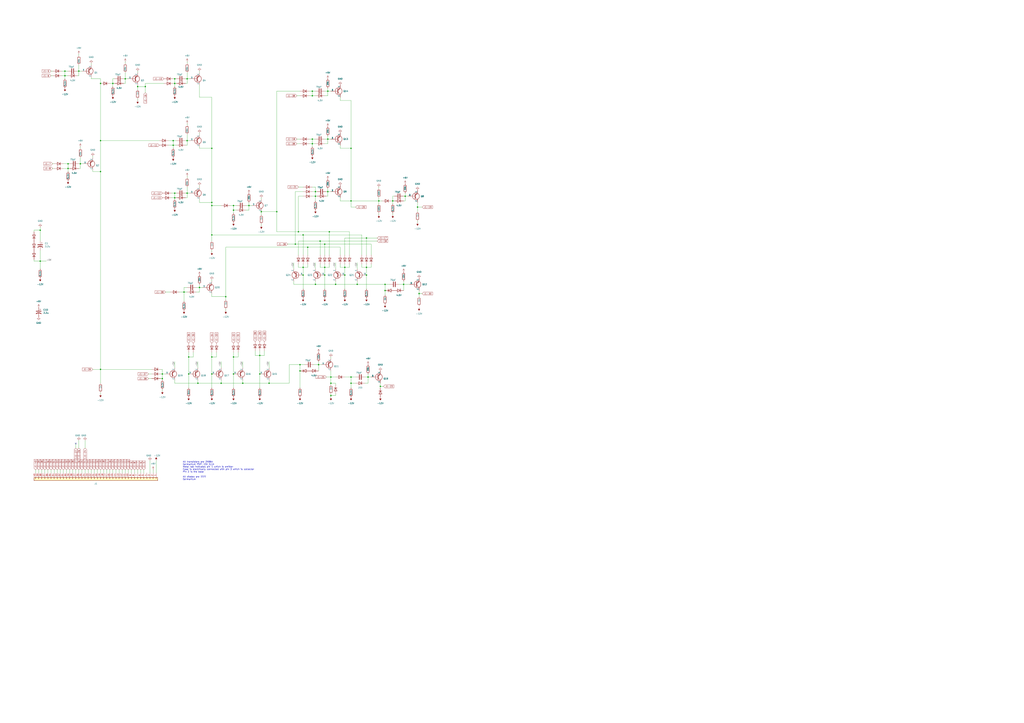
<source format=kicad_sch>
(kicad_sch (version 20250114) (generator "eeschema") (generator_version "9.0")
  (paper "A1")
  (text "All transistors are 2N964\nGermanium PNP, 15V 0.1A\nMetal tab indicates pin 1 which is emitter\nCase is electrically connected with pin 3 which is collector\nPin 2 is the base\n\nAll diodes are ????\nGermanium" (at 150.114 386.842 0) (effects (font (size 1.27 1.27)) (justify left)))
  (junction (at 331.47 233.68))
  (junction (at 185.42 243.84))
  (junction (at 248.92 219.71))
  (junction (at 143.51 64.77))
  (junction (at 259.08 233.68))
  (junction (at 288.29 165.1))
  (junction (at 252.73 203.2))
  (junction (at 153.67 64.77))
  (junction (at 227.33 173.99))
  (junction (at 53.34 62.23))
  (junction (at 143.51 68.58))
  (junction (at 153.67 115.57))
  (junction (at 316.23 238.76))
  (junction (at 270.51 190.5))
  (junction (at 33.02 214.63))
  (junction (at 269.24 74.93))
  (junction (at 64.77 58.42))
  (junction (at 82.55 68.58))
  (junction (at 261.62 299.72))
  (junction (at 133.35 307.34))
  (junction (at 266.7 226.06))
  (junction (at 269.24 157.48))
  (junction (at 151.13 240.03))
  (junction (at 153.67 158.75))
  (junction (at 142.24 115.57))
  (junction (at 300.99 219.71))
  (junction (at 143.51 158.75))
  (junction (at 191.77 172.72))
  (junction (at 248.92 193.04))
  (junction (at 302.26 309.88))
  (junction (at 288.29 309.88))
  (junction (at 271.78 309.88))
  (junction (at 259.08 161.29))
  (junction (at 92.71 68.58))
  (junction (at 214.63 173.99))
  (junction (at 173.99 168.91))
  (junction (at 256.54 74.93))
  (junction (at 271.78 314.96))
  (junction (at 33.02 189.23))
  (junction (at 133.35 311.15))
  (junction (at 173.99 293.37))
  (junction (at 119.38 71.12))
  (junction (at 82.55 303.53))
  (junction (at 173.99 121.92))
  (junction (at 256.54 78.74))
  (junction (at 246.38 299.72))
  (junction (at 191.77 293.37))
  (junction (at 66.04 134.62))
  (junction (at 288.29 121.92))
  (junction (at 204.47 168.91))
  (junction (at 162.56 314.96))
  (junction (at 173.99 166.37))
  (junction (at 288.29 314.96))
  (junction (at 53.34 58.42))
  (junction (at 300.99 195.58))
  (junction (at 266.7 200.66))
  (junction (at 191.77 307.34))
  (junction (at 248.92 226.06))
  (junction (at 256.54 118.11))
  (junction (at 55.88 134.62))
  (junction (at 181.61 314.96))
  (junction (at 163.83 236.22))
  (junction (at 342.9 170.18))
  (junction (at 142.24 119.38))
  (junction (at 173.99 193.04))
  (junction (at 143.51 162.56))
  (junction (at 199.39 314.96))
  (junction (at 322.58 165.1))
  (junction (at 154.94 307.34))
  (junction (at 173.99 307.34))
  (junction (at 55.88 138.43))
  (junction (at 332.74 161.29))
  (junction (at 300.99 226.06))
  (junction (at 102.87 64.77))
  (junction (at 246.38 304.8))
  (junction (at 113.03 71.12))
  (junction (at 311.15 165.1))
  (junction (at 242.57 200.66))
  (junction (at 266.7 219.71))
  (junction (at 191.77 168.91))
  (junction (at 82.55 115.57))
  (junction (at 213.36 292.1))
  (junction (at 262.89 198.12))
  (junction (at 293.37 233.68))
  (junction (at 275.59 233.68))
  (junction (at 220.98 314.96))
  (junction (at 344.17 241.3))
  (junction (at 271.78 325.12))
  (junction (at 283.21 226.06))
  (junction (at 316.23 233.68))
  (junction (at 259.08 157.48))
  (junction (at 269.24 114.3))
  (junction (at 283.21 219.71))
  (junction (at 213.36 307.34))
  (junction (at 256.54 114.3))
  (junction (at 312.42 317.5))
  (junction (at 245.11 190.5))
  (junction (at 82.55 140.97))
  (junction (at 154.94 293.37))
  (no_connect (at 62.23 364.49))
  (wire (pts (xy 57.15 138.43) (xy 55.88 138.43)))
  (wire (pts (xy 195.58 293.37) (xy 191.77 293.37)))
  (wire (pts (xy 269.24 74.93) (xy 269.24 78.74)))
  (wire (pts (xy 237.49 299.72) (xy 246.38 299.72)))
  (wire (pts (xy 162.56 312.42) (xy 162.56 314.96)))
  (wire (pts (xy 125.73 386.08) (xy 125.73 388.62)))
  (wire (pts (xy 269.24 118.11) (xy 269.24 114.3)))
  (wire (pts (xy 173.99 168.91) (xy 173.99 193.04)))
  (wire (pts (xy 64.77 134.62) (xy 66.04 134.62)))
  (wire (pts (xy 82.55 64.77) (xy 82.55 68.58)))
  (wire (pts (xy 151.13 236.22) (xy 151.13 240.03)))
  (wire (pts (xy 209.55 288.29) (xy 209.55 292.1)))
  (wire (pts (xy 143.51 158.75) (xy 143.51 162.56)))
  (wire (pts (xy 50.8 58.42) (xy 53.34 58.42)))
  (wire (pts (xy 123.19 378.46) (xy 123.19 388.62)))
  (wire (pts (xy 54.61 386.08) (xy 54.61 388.62)))
  (wire (pts (xy 173.99 80.01) (xy 173.99 121.92)))
  (wire (pts (xy 269.24 157.48) (xy 269.24 154.94)))
  (wire (pts (xy 31.75 386.08) (xy 31.75 388.62)))
  (wire (pts (xy 143.51 64.77) (xy 143.51 68.58)))
  (wire (pts (xy 297.18 193.04) (xy 248.92 193.04)))
  (wire (pts (xy 156.21 115.57) (xy 153.67 115.57)))
  (wire (pts (xy 245.11 153.67) (xy 248.92 153.67)))
  (wire (pts (xy 245.11 217.17) (xy 245.11 219.71)))
  (wire (pts (xy 245.11 190.5) (xy 227.33 190.5)))
  (wire (pts (xy 220.98 314.96) (xy 237.49 314.96)))
  (wire (pts (xy 147.32 240.03) (xy 151.13 240.03)))
  (wire (pts (xy 275.59 325.12) (xy 271.78 325.12)))
  (wire (pts (xy 144.78 158.75) (xy 143.51 158.75)))
  (wire (pts (xy 152.4 119.38) (xy 153.67 119.38)))
  (wire (pts (xy 260.35 161.29) (xy 259.08 161.29)))
  (wire (pts (xy 243.84 118.11) (xy 246.38 118.11)))
  (wire (pts (xy 311.15 176.53) (xy 311.15 175.26)))
  (wire (pts (xy 275.59 215.9) (xy 275.59 220.98)))
  (wire (pts (xy 331.47 161.29) (xy 332.74 161.29)))
  (wire (pts (xy 63.5 62.23) (xy 64.77 62.23)))
  (wire (pts (xy 332.74 161.29) (xy 332.74 165.1)))
  (wire (pts (xy 55.88 138.43) (xy 55.88 140.97)))
  (wire (pts (xy 269.24 111.76) (xy 269.24 114.3)))
  (wire (pts (xy 173.99 293.37) (xy 173.99 307.34)))
  (wire (pts (xy 293.37 215.9) (xy 293.37 220.98)))
  (wire (pts (xy 191.77 293.37) (xy 191.77 289.56)))
  (wire (pts (xy 288.29 165.1) (xy 311.15 165.1)))
  (wire (pts (xy 270.51 209.55) (xy 270.51 190.5)))
  (wire (pts (xy 217.17 292.1) (xy 213.36 292.1)))
  (wire (pts (xy 283.21 309.88) (xy 288.29 309.88)))
  (wire (pts (xy 279.4 119.38) (xy 279.4 121.92)))
  (wire (pts (xy 237.49 299.72) (xy 237.49 314.96)))
  (wire (pts (xy 29.21 386.08) (xy 29.21 388.62)))
  (wire (pts (xy 297.18 217.17) (xy 297.18 219.71)))
  (wire (pts (xy 87.63 386.08) (xy 87.63 388.62)))
  (wire (pts (xy 254 78.74) (xy 256.54 78.74)))
  (wire (pts (xy 135.89 240.03) (xy 139.7 240.03)))
  (wire (pts (xy 256.54 78.74) (xy 256.54 74.93)))
  (wire (pts (xy 50.8 62.23) (xy 53.34 62.23)))
  (wire (pts (xy 74.93 64.77) (xy 74.93 63.5)))
  (wire (pts (xy 248.92 219.71) (xy 248.92 226.06)))
  (wire (pts (xy 266.7 118.11) (xy 269.24 118.11)))
  (wire (pts (xy 64.77 361.95) (xy 64.77 368.3)))
  (wire (pts (xy 204.47 172.72) (xy 204.47 168.91)))
  (wire (pts (xy 266.7 219.71) (xy 266.7 226.06)))
  (wire (pts (xy 293.37 233.68) (xy 316.23 233.68)))
  (wire (pts (xy 271.78 304.8) (xy 271.78 309.88)))
  (wire (pts (xy 140.97 158.75) (xy 143.51 158.75)))
  (wire (pts (xy 270.51 190.5) (xy 245.11 190.5)))
  (wire (pts (xy 34.29 386.08) (xy 34.29 388.62)))
  (wire (pts (xy 27.94 190.5) (xy 27.94 189.23)))
  (wire (pts (xy 41.91 62.23) (xy 43.18 62.23)))
  (wire (pts (xy 156.21 158.75) (xy 153.67 158.75)))
  (wire (pts (xy 53.34 58.42) (xy 55.88 58.42)))
  (wire (pts (xy 181.61 297.18) (xy 181.61 302.26)))
  (wire (pts (xy 199.39 297.18) (xy 199.39 302.26)))
  (wire (pts (xy 66.04 134.62) (xy 66.04 129.54)))
  (wire (pts (xy 113.03 81.28) (xy 113.03 82.55)))
  (wire (pts (xy 227.33 74.93) (xy 246.38 74.93)))
  (wire (pts (xy 322.58 161.29) (xy 322.58 165.1)))
  (wire (pts (xy 177.8 289.56) (xy 177.8 293.37)))
  (wire (pts (xy 279.4 80.01) (xy 279.4 82.55)))
  (wire (pts (xy 143.51 297.18) (xy 143.51 302.26)))
  (wire (pts (xy 288.29 314.96) (xy 292.1 314.96)))
  (wire (pts (xy 312.42 317.5) (xy 312.42 318.77)))
  (wire (pts (xy 259.08 161.29) (xy 259.08 165.1)))
  (wire (pts (xy 297.18 219.71) (xy 300.99 219.71)))
  (wire (pts (xy 121.92 311.15) (xy 124.46 311.15)))
  (wire (pts (xy 288.29 309.88) (xy 292.1 309.88)))
  (wire (pts (xy 266.7 226.06) (xy 266.7 237.49)))
  (wire (pts (xy 260.35 157.48) (xy 259.08 157.48)))
  (wire (pts (xy 76.2 140.97) (xy 82.55 140.97)))
  (wire (pts (xy 266.7 114.3) (xy 269.24 114.3)))
  (wire (pts (xy 82.55 303.53) (xy 82.55 314.96)))
  (wire (pts (xy 262.89 198.12) (xy 245.11 198.12)))
  (wire (pts (xy 259.08 114.3) (xy 256.54 114.3)))
  (wire (pts (xy 259.08 78.74) (xy 256.54 78.74)))
  (wire (pts (xy 267.97 157.48) (xy 269.24 157.48)))
  (wire (pts (xy 227.33 173.99) (xy 214.63 173.99)))
  (wire (pts (xy 173.99 168.91) (xy 181.61 168.91)))
  (wire (pts (xy 185.42 203.2) (xy 185.42 243.84)))
  (wire (pts (xy 92.71 68.58) (xy 92.71 71.12)))
  (wire (pts (xy 53.34 62.23) (xy 53.34 64.77)))
  (wire (pts (xy 153.67 115.57) (xy 153.67 119.38)))
  (wire (pts (xy 243.84 114.3) (xy 246.38 114.3)))
  (wire (pts (xy 300.99 209.55) (xy 300.99 195.58)))
  (wire (pts (xy 269.24 157.48) (xy 269.24 161.29)))
  (wire (pts (xy 261.62 297.18) (xy 261.62 299.72)))
  (wire (pts (xy 173.99 80.01) (xy 163.83 80.01)))
  (wire (pts (xy 293.37 233.68) (xy 275.59 233.68)))
  (wire (pts (xy 93.98 68.58) (xy 92.71 68.58)))
  (wire (pts (xy 162.56 297.18) (xy 162.56 302.26)))
  (wire (pts (xy 82.55 64.77) (xy 74.93 64.77)))
  (wire (pts (xy 55.88 134.62) (xy 55.88 138.43)))
  (wire (pts (xy 241.3 231.14) (xy 241.3 233.68)))
  (wire (pts (xy 269.24 72.39) (xy 269.24 74.93)))
  (wire (pts (xy 271.78 314.96) (xy 271.78 316.23)))
  (wire (pts (xy 241.3 215.9) (xy 241.3 220.98)))
  (wire (pts (xy 138.43 115.57) (xy 142.24 115.57)))
  (wire (pts (xy 185.42 254) (xy 185.42 255.27)))
  (wire (pts (xy 49.53 386.08) (xy 49.53 388.62)))
  (wire (pts (xy 163.83 153.67) (xy 163.83 152.4)))
  (wire (pts (xy 41.91 58.42) (xy 43.18 58.42)))
  (wire (pts (xy 344.17 241.3) (xy 344.17 238.76)))
  (wire (pts (xy 283.21 219.71) (xy 283.21 226.06)))
  (wire (pts (xy 270.51 190.5) (xy 287.02 190.5)))
  (wire (pts (xy 195.58 289.56) (xy 195.58 293.37)))
  (wire (pts (xy 66.04 134.62) (xy 66.04 138.43)))
  (wire (pts (xy 166.37 236.22) (xy 163.83 236.22)))
  (wire (pts (xy 154.94 293.37) (xy 154.94 289.56)))
  (wire (pts (xy 173.99 121.92) (xy 173.99 166.37)))
  (wire (pts (xy 36.83 386.08) (xy 36.83 388.62)))
  (wire (pts (xy 322.58 165.1) (xy 322.58 167.64)))
  (wire (pts (xy 248.92 219.71) (xy 248.92 217.17)))
  (wire (pts (xy 153.67 115.57) (xy 153.67 110.49)))
  (wire (pts (xy 256.54 118.11) (xy 259.08 118.11)))
  (wire (pts (xy 300.99 195.58) (xy 309.88 195.58)))
  (wire (pts (xy 321.31 165.1) (xy 322.58 165.1)))
  (wire (pts (xy 173.99 307.34) (xy 173.99 318.77)))
  (wire (pts (xy 259.08 215.9) (xy 259.08 220.98)))
  (wire (pts (xy 154.94 307.34) (xy 154.94 318.77)))
  (wire (pts (xy 242.57 200.66) (xy 266.7 200.66)))
  (wire (pts (xy 27.94 214.63) (xy 33.02 214.63)))
  (wire (pts (xy 82.55 386.08) (xy 82.55 388.62)))
  (wire (pts (xy 102.87 64.77) (xy 102.87 68.58)))
  (wire (pts (xy 204.47 166.37) (xy 204.47 168.91)))
  (wire (pts (xy 201.93 172.72) (xy 204.47 172.72)))
  (wire (pts (xy 62.23 364.49) (xy 62.23 368.3)))
  (wire (pts (xy 252.73 217.17) (xy 252.73 219.71)))
  (wire (pts (xy 115.57 386.08) (xy 115.57 388.62)))
  (wire (pts (xy 33.02 189.23) (xy 33.02 198.12)))
  (wire (pts (xy 194.31 168.91) (xy 191.77 168.91)))
  (wire (pts (xy 264.16 299.72) (xy 261.62 299.72)))
  (wire (pts (xy 113.03 386.08) (xy 113.03 388.62)))
  (wire (pts (xy 316.23 238.76) (xy 316.23 242.57)))
  (wire (pts (xy 140.97 162.56) (xy 143.51 162.56)))
  (wire (pts (xy 250.19 299.72) (xy 246.38 299.72)))
  (wire (pts (xy 342.9 181.61) (xy 342.9 182.88)))
  (wire (pts (xy 316.23 233.68) (xy 320.04 233.68)))
  (wire (pts (xy 67.31 386.08) (xy 67.31 388.62)))
  (wire (pts (xy 52.07 134.62) (xy 55.88 134.62)))
  (wire (pts (xy 27.94 213.36) (xy 27.94 214.63)))
  (wire (pts (xy 227.33 173.99) (xy 227.33 74.93)))
  (wire (pts (xy 128.27 378.46) (xy 128.27 388.62)))
  (wire (pts (xy 152.4 64.77) (xy 153.67 64.77)))
  (wire (pts (xy 113.03 71.12) (xy 119.38 71.12)))
  (wire (pts (xy 33.02 186.69) (xy 33.02 189.23)))
  (wire (pts (xy 304.8 219.71) (xy 300.99 219.71)))
  (wire (pts (xy 256.54 161.29) (xy 259.08 161.29)))
  (wire (pts (xy 181.61 314.96) (xy 162.56 314.96)))
  (wire (pts (xy 300.99 226.06) (xy 300.99 237.49)))
  (wire (pts (xy 153.67 240.03) (xy 151.13 240.03)))
  (wire (pts (xy 158.75 293.37) (xy 154.94 293.37)))
  (wire (pts (xy 133.35 311.15) (xy 132.08 311.15)))
  (wire (pts (xy 113.03 58.42) (xy 113.03 59.69)))
  (wire (pts (xy 33.02 214.63) (xy 33.02 220.98)))
  (wire (pts (xy 279.4 219.71) (xy 283.21 219.71)))
  (wire (pts (xy 267.97 309.88) (xy 271.78 309.88)))
  (wire (pts (xy 133.35 303.53) (xy 133.35 307.34)))
  (wire (pts (xy 316.23 238.76) (xy 316.23 233.68)))
  (wire (pts (xy 227.33 190.5) (xy 227.33 173.99)))
  (wire (pts (xy 261.62 299.72) (xy 261.62 304.8)))
  (wire (pts (xy 163.83 240.03) (xy 163.83 236.22)))
  (wire (pts (xy 279.4 162.56) (xy 279.4 165.1)))
  (wire (pts (xy 163.83 166.37) (xy 173.99 166.37)))
  (wire (pts (xy 271.78 325.12) (xy 271.78 326.39)))
  (wire (pts (xy 267.97 161.29) (xy 269.24 161.29)))
  (wire (pts (xy 153.67 144.78) (xy 153.67 146.05)))
  (wire (pts (xy 92.71 64.77) (xy 92.71 68.58)))
  (wire (pts (xy 93.98 64.77) (xy 92.71 64.77)))
  (wire (pts (xy 163.83 121.92) (xy 173.99 121.92)))
  (wire (pts (xy 242.57 157.48) (xy 248.92 157.48)))
  (wire (pts (xy 144.78 162.56) (xy 143.51 162.56)))
  (wire (pts (xy 113.03 69.85) (xy 113.03 71.12)))
  (wire (pts (xy 204.47 168.91) (xy 207.01 168.91)))
  (wire (pts (xy 300.99 219.71) (xy 300.99 217.17)))
  (wire (pts (xy 191.77 172.72) (xy 191.77 175.26)))
  (wire (pts (xy 163.83 163.83) (xy 163.83 166.37)))
  (wire (pts (xy 144.78 115.57) (xy 142.24 115.57)))
  (wire (pts (xy 243.84 78.74) (xy 246.38 78.74)))
  (wire (pts (xy 262.89 219.71) (xy 266.7 219.71)))
  (wire (pts (xy 90.17 68.58) (xy 92.71 68.58)))
  (wire (pts (xy 119.38 68.58) (xy 134.62 68.58)))
  (wire (pts (xy 161.29 240.03) (xy 163.83 240.03)))
  (wire (pts (xy 336.55 233.68) (xy 331.47 233.68)))
  (wire (pts (xy 271.78 323.85) (xy 271.78 325.12)))
  (wire (pts (xy 173.99 229.87) (xy 173.99 231.14)))
  (wire (pts (xy 132.08 307.34) (xy 133.35 307.34)))
  (wire (pts (xy 314.96 317.5) (xy 312.42 317.5)))
  (wire (pts (xy 245.11 198.12) (xy 245.11 209.55)))
  (wire (pts (xy 279.4 121.92) (xy 288.29 121.92)))
  (wire (pts (xy 214.63 184.15) (xy 214.63 185.42)))
  (wire (pts (xy 201.93 168.91) (xy 204.47 168.91)))
  (wire (pts (xy 262.89 217.17) (xy 262.89 219.71)))
  (wire (pts (xy 269.24 114.3) (xy 271.78 114.3)))
  (wire (pts (xy 76.2 139.7) (xy 76.2 140.97)))
  (wire (pts (xy 142.24 119.38) (xy 142.24 115.57)))
  (wire (pts (xy 64.77 58.42) (xy 64.77 62.23)))
  (wire (pts (xy 27.94 189.23) (xy 33.02 189.23)))
  (wire (pts (xy 66.04 120.65) (xy 66.04 121.92)))
  (wire (pts (xy 153.67 50.8) (xy 153.67 52.07)))
  (wire (pts (xy 64.77 386.08) (xy 64.77 388.62)))
  (wire (pts (xy 63.5 58.42) (xy 64.77 58.42)))
  (wire (pts (xy 52.07 138.43) (xy 55.88 138.43)))
  (wire (pts (xy 64.77 44.45) (xy 64.77 45.72)))
  (wire (pts (xy 252.73 203.2) (xy 279.4 203.2)))
  (wire (pts (xy 191.77 307.34) (xy 191.77 318.77)))
  (wire (pts (xy 214.63 173.99) (xy 214.63 176.53)))
  (wire (pts (xy 173.99 193.04) (xy 173.99 198.12)))
  (wire (pts (xy 153.67 64.77) (xy 153.67 59.69)))
  (wire (pts (xy 102.87 50.8) (xy 102.87 52.07)))
  (wire (pts (xy 287.02 217.17) (xy 287.02 219.71)))
  (wire (pts (xy 64.77 53.34) (xy 64.77 58.42)))
  (wire (pts (xy 154.94 293.37) (xy 154.94 307.34)))
  (wire (pts (xy 214.63 162.56) (xy 214.63 163.83)))
  (wire (pts (xy 311.15 153.67) (xy 311.15 154.94)))
  (wire (pts (xy 191.77 168.91) (xy 191.77 172.72)))
  (wire (pts (xy 275.59 316.23) (xy 275.59 314.96)))
  (wire (pts (xy 252.73 209.55) (xy 252.73 203.2)))
  (wire (pts (xy 113.03 71.12) (xy 113.03 73.66)))
  (wire (pts (xy 275.59 323.85) (xy 275.59 325.12)))
  (wire (pts (xy 153.67 158.75) (xy 153.67 162.56)))
  (wire (pts (xy 92.71 386.08) (xy 92.71 388.62)))
  (wire (pts (xy 217.17 288.29) (xy 217.17 292.1)))
  (wire (pts (xy 266.7 200.66) (xy 266.7 209.55)))
  (wire (pts (xy 302.26 314.96) (xy 302.26 309.88)))
  (wire (pts (xy 152.4 68.58) (xy 153.67 68.58)))
  (wire (pts (xy 246.38 299.72) (xy 246.38 304.8)))
  (wire (pts (xy 107.95 386.08) (xy 107.95 388.62)))
  (wire (pts (xy 163.83 59.69) (xy 163.83 58.42)))
  (wire (pts (xy 119.38 68.58) (xy 119.38 71.12)))
  (wire (pts (xy 342.9 170.18) (xy 342.9 173.99)))
  (wire (pts (xy 304.8 217.17) (xy 304.8 219.71)))
  (wire (pts (xy 185.42 243.84) (xy 185.42 246.38)))
  (wire (pts (xy 152.4 162.56) (xy 153.67 162.56)))
  (wire (pts (xy 57.15 134.62) (xy 55.88 134.62)))
  (wire (pts (xy 118.11 386.08) (xy 118.11 388.62)))
  (wire (pts (xy 119.38 71.12) (xy 119.38 76.2)))
  (wire (pts (xy 288.29 309.88) (xy 288.29 314.96)))
  (wire (pts (xy 142.24 119.38) (xy 142.24 121.92)))
  (wire (pts (xy 266.7 219.71) (xy 266.7 217.17)))
  (wire (pts (xy 185.42 203.2) (xy 252.73 203.2)))
  (wire (pts (xy 177.8 293.37) (xy 173.99 293.37)))
  (wire (pts (xy 293.37 231.14) (xy 293.37 233.68)))
  (wire (pts (xy 288.29 121.92) (xy 288.29 165.1)))
  (wire (pts (xy 287.02 219.71) (xy 283.21 219.71)))
  (wire (pts (xy 133.35 307.34) (xy 133.35 311.15)))
  (wire (pts (xy 74.93 53.34) (xy 74.93 52.07)))
  (wire (pts (xy 189.23 168.91) (xy 191.77 168.91)))
  (wire (pts (xy 312.42 317.5) (xy 312.42 314.96)))
  (wire (pts (xy 181.61 312.42) (xy 181.61 314.96)))
  (wire (pts (xy 245.11 219.71) (xy 248.92 219.71)))
  (wire (pts (xy 102.87 59.69) (xy 102.87 64.77)))
  (wire (pts (xy 143.51 314.96) (xy 143.51 312.42)))
  (wire (pts (xy 152.4 158.75) (xy 153.67 158.75)))
  (wire (pts (xy 82.55 115.57) (xy 130.81 115.57)))
  (wire (pts (xy 173.99 243.84) (xy 185.42 243.84)))
  (wire (pts (xy 46.99 386.08) (xy 46.99 388.62)))
  (wire (pts (xy 259.08 157.48) (xy 259.08 161.29)))
  (wire (pts (xy 152.4 115.57) (xy 153.67 115.57)))
  (wire (pts (xy 199.39 314.96) (xy 181.61 314.96)))
  (wire (pts (xy 259.08 231.14) (xy 259.08 233.68)))
  (wire (pts (xy 69.85 386.08) (xy 69.85 388.62)))
  (wire (pts (xy 256.54 114.3) (xy 256.54 118.11)))
  (wire (pts (xy 283.21 226.06) (xy 283.21 237.49)))
  (wire (pts (xy 38.1 214.63) (xy 33.02 214.63)))
  (wire (pts (xy 271.78 294.64) (xy 271.78 293.37)))
  (wire (pts (xy 279.4 217.17) (xy 279.4 219.71)))
  (wire (pts (xy 275.59 314.96) (xy 271.78 314.96)))
  (wire (pts (xy 163.83 80.01) (xy 163.83 69.85)))
  (wire (pts (xy 199.39 314.96) (xy 220.98 314.96)))
  (wire (pts (xy 138.43 119.38) (xy 142.24 119.38)))
  (wire (pts (xy 80.01 386.08) (xy 80.01 388.62)))
  (wire (pts (xy 132.08 303.53) (xy 133.35 303.53)))
  (wire (pts (xy 248.92 226.06) (xy 248.92 237.49)))
  (wire (pts (xy 344.17 241.3) (xy 344.17 243.84)))
  (wire (pts (xy 254 118.11) (xy 256.54 118.11)))
  (wire (pts (xy 327.66 233.68) (xy 331.47 233.68)))
  (wire (pts (xy 85.09 386.08) (xy 85.09 388.62)))
  (wire (pts (xy 254 74.93) (xy 256.54 74.93)))
  (wire (pts (xy 342.9 166.37) (xy 342.9 170.18)))
  (wire (pts (xy 82.55 68.58) (xy 82.55 115.57)))
  (wire (pts (xy 256.54 153.67) (xy 259.08 153.67)))
  (wire (pts (xy 143.51 68.58) (xy 143.51 71.12)))
  (wire (pts (xy 143.51 162.56) (xy 143.51 163.83)))
  (wire (pts (xy 322.58 176.53) (xy 322.58 175.26)))
  (wire (pts (xy 105.41 386.08) (xy 105.41 388.62)))
  (wire (pts (xy 64.77 138.43) (xy 66.04 138.43)))
  (wire (pts (xy 331.47 233.68) (xy 331.47 238.76)))
  (wire (pts (xy 53.34 62.23) (xy 55.88 62.23)))
  (wire (pts (xy 153.67 101.6) (xy 153.67 102.87)))
  (wire (pts (xy 302.26 309.88) (xy 304.8 309.88)))
  (wire (pts (xy 161.29 236.22) (xy 163.83 236.22)))
  (wire (pts (xy 33.02 214.63) (xy 33.02 205.74)))
  (wire (pts (xy 213.36 292.1) (xy 213.36 307.34)))
  (wire (pts (xy 163.83 110.49) (xy 163.83 109.22)))
  (wire (pts (xy 142.24 68.58) (xy 143.51 68.58)))
  (wire (pts (xy 133.35 307.34) (xy 135.89 307.34)))
  (wire (pts (xy 57.15 386.08) (xy 57.15 388.62)))
  (wire (pts (xy 283.21 219.71) (xy 283.21 217.17)))
  (wire (pts (xy 270.51 217.17) (xy 270.51 219.71)))
  (wire (pts (xy 74.93 386.08) (xy 74.93 388.62)))
  (wire (pts (xy 173.99 241.3) (xy 173.99 243.84)))
  (wire (pts (xy 300.99 219.71) (xy 300.99 226.06)))
  (wire (pts (xy 311.15 165.1) (xy 311.15 167.64)))
  (wire (pts (xy 270.51 219.71) (xy 266.7 219.71)))
  (wire (pts (xy 248.92 193.04) (xy 248.92 209.55)))
  (wire (pts (xy 248.92 161.29) (xy 245.11 161.29)))
  (wire (pts (xy 110.49 386.08) (xy 110.49 388.62)))
  (wire (pts (xy 332.74 161.29) (xy 332.74 158.75)))
  (wire (pts (xy 236.22 200.66) (xy 242.57 200.66)))
  (wire (pts (xy 101.6 68.58) (xy 102.87 68.58)))
  (wire (pts (xy 163.83 236.22) (xy 163.83 233.68)))
  (wire (pts (xy 288.29 82.55) (xy 288.29 121.92)))
  (wire (pts (xy 102.87 386.08) (xy 102.87 388.62)))
  (wire (pts (xy 82.55 322.58) (xy 82.55 323.85)))
  (wire (pts (xy 256.54 120.65) (xy 256.54 118.11)))
  (wire (pts (xy 43.18 134.62) (xy 44.45 134.62)))
  (wire (pts (xy 162.56 314.96) (xy 143.51 314.96)))
  (wire (pts (xy 220.98 312.42) (xy 220.98 314.96)))
  (wire (pts (xy 191.77 293.37) (xy 191.77 307.34)))
  (wire (pts (xy 275.59 231.14) (xy 275.59 233.68)))
  (wire (pts (xy 252.73 219.71) (xy 248.92 219.71)))
  (wire (pts (xy 279.4 165.1) (xy 288.29 165.1)))
  (wire (pts (xy 62.23 386.08) (xy 62.23 388.62)))
  (wire (pts (xy 300.99 195.58) (xy 283.21 195.58)))
  (wire (pts (xy 259.08 233.68) (xy 241.3 233.68)))
  (wire (pts (xy 124.46 303.53) (xy 82.55 303.53)))
  (wire (pts (xy 302.26 307.34) (xy 302.26 309.88)))
  (wire (pts (xy 257.81 299.72) (xy 261.62 299.72)))
  (wire (pts (xy 309.88 198.12) (xy 262.89 198.12)))
  (wire (pts (xy 283.21 195.58) (xy 283.21 209.55)))
  (wire (pts (xy 271.78 309.88) (xy 271.78 314.96)))
  (wire (pts (xy 41.91 386.08) (xy 41.91 388.62)))
  (wire (pts (xy 133.35 321.31) (xy 133.35 320.04)))
  (wire (pts (xy 304.8 209.55) (xy 304.8 200.66)))
  (wire (pts (xy 323.85 165.1) (xy 322.58 165.1)))
  (wire (pts (xy 102.87 64.77) (xy 105.41 64.77)))
  (wire (pts (xy 194.31 172.72) (xy 191.77 172.72)))
  (wire (pts (xy 346.71 241.3) (xy 344.17 241.3)))
  (wire (pts (xy 173.99 193.04) (xy 248.92 193.04)))
  (wire (pts (xy 266.7 74.93) (xy 269.24 74.93)))
  (wire (pts (xy 121.92 307.34) (xy 124.46 307.34)))
  (wire (pts (xy 76.2 303.53) (xy 82.55 303.53)))
  (wire (pts (xy 100.33 386.08) (xy 100.33 388.62)))
  (wire (pts (xy 304.8 200.66) (xy 266.7 200.66)))
  (wire (pts (xy 256.54 74.93) (xy 259.08 74.93)))
  (wire (pts (xy 163.83 120.65) (xy 163.83 121.92)))
  (wire (pts (xy 279.4 203.2) (xy 279.4 209.55)))
  (wire (pts (xy 271.78 309.88) (xy 275.59 309.88)))
  (wire (pts (xy 297.18 209.55) (xy 297.18 193.04)))
  (wire (pts (xy 143.51 68.58) (xy 144.78 68.58)))
  (wire (pts (xy 271.78 157.48) (xy 269.24 157.48)))
  (wire (pts (xy 213.36 292.1) (xy 213.36 288.29)))
  (wire (pts (xy 262.89 198.12) (xy 262.89 209.55)))
  (wire (pts (xy 173.99 166.37) (xy 173.99 168.91)))
  (wire (pts (xy 335.28 161.29) (xy 332.74 161.29)))
  (wire (pts (xy 213.36 307.34) (xy 213.36 318.77)))
  (wire (pts (xy 302.26 309.88) (xy 299.72 309.88)))
  (wire (pts (xy 59.69 386.08) (xy 59.69 388.62)))
  (wire (pts (xy 256.54 157.48) (xy 259.08 157.48)))
  (wire (pts (xy 101.6 64.77) (xy 102.87 64.77)))
  (wire (pts (xy 254 114.3) (xy 256.54 114.3)))
  (wire (pts (xy 142.24 64.77) (xy 143.51 64.77)))
  (wire (pts (xy 269.24 74.93) (xy 271.78 74.93)))
  (wire (pts (xy 173.99 293.37) (xy 173.99 289.56)))
  (wire (pts (xy 151.13 240.03) (xy 151.13 247.65)))
  (wire (pts (xy 323.85 161.29) (xy 322.58 161.29)))
  (wire (pts (xy 52.07 386.08) (xy 52.07 388.62)))
  (wire (pts (xy 153.67 158.75) (xy 153.67 153.67)))
  (wire (pts (xy 288.29 314.96) (xy 288.29 318.77)))
  (wire (pts (xy 288.29 170.18) (xy 288.29 165.1)))
  (wire (pts (xy 82.55 140.97) (xy 82.55 303.53)))
  (wire (pts (xy 266.7 78.74) (xy 269.24 78.74)))
  (wire (pts (xy 299.72 314.96) (xy 302.26 314.96)))
  (wire (pts (xy 242.57 200.66) (xy 242.57 157.48)))
  (wire (pts (xy 158.75 289.56) (xy 158.75 293.37)))
  (wire (pts (xy 39.37 386.08) (xy 39.37 388.62)))
  (wire (pts (xy 72.39 386.08) (xy 72.39 388.62)))
  (wire (pts (xy 275.59 233.68) (xy 259.08 233.68)))
  (wire (pts (xy 82.55 115.57) (xy 82.55 140.97)))
  (wire (pts (xy 331.47 231.14) (xy 331.47 233.68)))
  (wire (pts (xy 44.45 386.08) (xy 44.45 388.62)))
  (wire (pts (xy 144.78 64.77) (xy 143.51 64.77)))
  (wire (pts (xy 279.4 82.55) (xy 288.29 82.55)))
  (wire (pts (xy 311.15 162.56) (xy 311.15 165.1)))
  (wire (pts (xy 69.85 361.95) (xy 69.85 368.3)))
  (wire (pts (xy 287.02 190.5) (xy 287.02 209.55)))
  (wire (pts (xy 331.47 165.1) (xy 332.74 165.1)))
  (wire (pts (xy 292.1 170.18) (xy 288.29 170.18)))
  (wire (pts (xy 245.11 161.29) (xy 245.11 190.5)))
  (wire (pts (xy 90.17 386.08) (xy 90.17 388.62)))
  (wire (pts (xy 43.18 138.43) (xy 44.45 138.43)))
  (wire (pts (xy 53.34 58.42) (xy 53.34 62.23)))
  (wire (pts (xy 173.99 205.74) (xy 173.99 207.01)))
  (wire (pts (xy 153.67 64.77) (xy 153.67 68.58)))
  (wire (pts (xy 342.9 170.18) (xy 346.71 170.18)))
  (wire (pts (xy 64.77 58.42) (xy 67.31 58.42)))
  (wire (pts (xy 95.25 386.08) (xy 95.25 388.62)))
  (wire (pts (xy 311.15 165.1) (xy 313.69 165.1)))
  (wire (pts (xy 97.79 386.08) (xy 97.79 388.62)))
  (wire (pts (xy 76.2 129.54) (xy 76.2 128.27)))
  (wire (pts (xy 133.35 311.15) (xy 133.35 312.42)))
  (wire (pts (xy 209.55 292.1) (xy 213.36 292.1)))
  (wire (pts (xy 156.21 64.77) (xy 153.67 64.77)))
  (wire (pts (xy 199.39 312.42) (xy 199.39 314.96)))
  (wire (pts (xy 153.67 236.22) (xy 151.13 236.22)))
  (wire (pts (xy 220.98 297.18) (xy 220.98 302.26)))
  (wire (pts (xy 68.58 134.62) (xy 66.04 134.62)))
  (wire (pts (xy 142.24 119.38) (xy 144.78 119.38)))
  (wire (pts (xy 77.47 386.08) (xy 77.47 388.62)))
  (wire (pts (xy 259.08 153.67) (xy 259.08 157.48)))
  (wire (pts (xy 246.38 304.8) (xy 246.38 318.77)))
  (label "-1V" (at 275.59 215.9 270))
  (label "-1V" (at 38.1 214.63 0))
  (label "-1V" (at 241.3 215.9 270))
  (label "-1V" (at 143.51 297.18 270))
  (label "-1V" (at 199.39 297.18 270))
  (label "-1V" (at 181.61 297.18 270))
  (label "-1V" (at 162.56 297.18 270))
  (label "-1V" (at 259.08 215.9 270))
  (label "-1V" (at 293.37 215.9 270))
  (label "-1V" (at 220.98 297.18 270))
  (global_label "J1-22" (shape input) (at 74.93 386.08 90) (property "Intersheetrefs" "${INTERSHEET_REFS}" (effects (hide yes))))
  (global_label "J1-7" (shape input) (at 43.18 134.62 180) (property "Intersheetrefs" "${INTERSHEET_REFS}" (effects (hide yes))))
  (global_label "J1-6" (shape input) (at 41.91 62.23 180) (property "Intersheetrefs" "${INTERSHEET_REFS}" (effects (hide yes))))
  (global_label "J1-28" (shape input) (at 59.69 386.08 90) (property "Intersheetrefs" "${INTERSHEET_REFS}" (effects (hide yes))))
  (global_label "J1-12" (shape input) (at 100.33 386.08 90) (property "Intersheetrefs" "${INTERSHEET_REFS}" (effects (hide yes))))
  (global_label "J1-8" (shape input) (at 43.18 138.43 180) (property "Intersheetrefs" "${INTERSHEET_REFS}" (effects (hide yes))))
  (global_label "J1-29" (shape input) (at 213.36 280.67 90) (property "Intersheetrefs" "${INTERSHEET_REFS}" (effects (hide yes))))
  (global_label "J1-12" (shape input) (at 133.35 158.75 180) (property "Intersheetrefs" "${INTERSHEET_REFS}" (effects (hide yes))))
  (global_label "J1-39" (shape input) (at 76.2 303.53 180) (property "Intersheetrefs" "${INTERSHEET_REFS}" (effects (hide yes))))
  (global_label "J1-38" (shape input) (at 135.89 240.03 180) (property "Intersheetrefs" "${INTERSHEET_REFS}" (effects (hide yes))))
  (global_label "J1-38" (shape input) (at 34.29 386.08 90) (property "Intersheetrefs" "${INTERSHEET_REFS}" (effects (hide yes))))
  (global_label "J1-5" (shape input) (at 118.11 386.08 90) (property "Intersheetrefs" "${INTERSHEET_REFS}" (effects (hide yes))))
  (global_label "J1-38" (shape input) (at 121.92 311.15 180) (property "Intersheetrefs" "${INTERSHEET_REFS}" (effects (hide yes))))
  (global_label "J1-5" (shape input) (at 41.91 58.42 180) (property "Intersheetrefs" "${INTERSHEET_REFS}" (effects (hide yes))))
  (global_label "J1-21" (shape input) (at 245.11 153.67 180) (property "Intersheetrefs" "${INTERSHEET_REFS}" (effects (hide yes))))
  (global_label "J1-6" (shape input) (at 115.57 386.08 90) (property "Intersheetrefs" "${INTERSHEET_REFS}" (effects (hide yes))))
  (global_label "J1-25" (shape input) (at 267.97 309.88 180) (property "Intersheetrefs" "${INTERSHEET_REFS}" (effects (hide yes))))
  (global_label "J1-18" (shape input) (at 309.88 198.12 0) (property "Intersheetrefs" "${INTERSHEET_REFS}" (effects (hide yes))))
  (global_label "J1-11" (shape input) (at 102.87 386.08 90) (property "Intersheetrefs" "${INTERSHEET_REFS}" (effects (hide yes))))
  (global_label "J1-18" (shape input) (at 243.84 114.3 180) (property "Intersheetrefs" "${INTERSHEET_REFS}" (effects (hide yes))))
  (global_label "J1-20" (shape input) (at 80.01 386.08 90) (property "Intersheetrefs" "${INTERSHEET_REFS}" (effects (hide yes))))
  (global_label "J1-16" (shape input) (at 90.17 386.08 90) (property "Intersheetrefs" "${INTERSHEET_REFS}" (effects (hide yes))))
  (global_label "J1-39" (shape input) (at 31.75 386.08 90) (property "Intersheetrefs" "${INTERSHEET_REFS}" (effects (hide yes))))
  (global_label "J1-38" (shape input) (at 243.84 118.11 180) (property "Intersheetrefs" "${INTERSHEET_REFS}" (effects (hide yes))))
  (global_label "J1-15" (shape input) (at 92.71 386.08 90) (property "Intersheetrefs" "${INTERSHEET_REFS}" (effects (hide yes))))
  (global_label "J1-26" (shape input) (at 64.77 386.08 90) (property "Intersheetrefs" "${INTERSHEET_REFS}" (effects (hide yes))))
  (global_label "J1-26" (shape input) (at 64.77 368.3 270) (property "Intersheetrefs" "${INTERSHEET_REFS}" (effects (hide yes))))
  (global_label "J1-19" (shape input) (at 82.55 386.08 90) (property "Intersheetrefs" "${INTERSHEET_REFS}" (effects (hide yes))))
  (global_label "J1-33" (shape input) (at 177.8 281.94 90) (property "Intersheetrefs" "${INTERSHEET_REFS}" (effects (hide yes))))
  (global_label "J1-21" (shape input) (at 77.47 386.08 90) (property "Intersheetrefs" "${INTERSHEET_REFS}" (effects (hide yes))))
  (global_label "J1-18" (shape input) (at 85.09 386.08 90) (property "Intersheetrefs" "${INTERSHEET_REFS}" (effects (hide yes))))
  (global_label "J1-19" (shape input) (at 346.71 170.18 0) (property "Intersheetrefs" "${INTERSHEET_REFS}" (effects (hide yes))))
  (global_label "J1-37" (shape input) (at 121.92 307.34 180) (property "Intersheetrefs" "${INTERSHEET_REFS}" (effects (hide yes))))
  (global_label "J1-9" (shape input) (at 107.95 386.08 90) (property "Intersheetrefs" "${INTERSHEET_REFS}" (effects (hide yes))))
  (global_label "J1-14" (shape input) (at 95.25 386.08 90) (property "Intersheetrefs" "${INTERSHEET_REFS}" (effects (hide yes))))
  (global_label "J1-30" (shape input) (at 217.17 280.67 90) (property "Intersheetrefs" "${INTERSHEET_REFS}" (effects (hide yes))))
  (global_label "J1-34" (shape input) (at 44.45 386.08 90) (property "Intersheetrefs" "${INTERSHEET_REFS}" (effects (hide yes))))
  (global_label "J1-32" (shape input) (at 191.77 281.94 90) (property "Intersheetrefs" "${INTERSHEET_REFS}" (effects (hide yes))))
  (global_label "J1-35" (shape input) (at 158.75 281.94 90) (property "Intersheetrefs" "${INTERSHEET_REFS}" (effects (hide yes))))
  (global_label "J1-28" (shape input) (at 209.55 280.67 90) (property "Intersheetrefs" "${INTERSHEET_REFS}" (effects (hide yes))))
  (global_label "J1-7" (shape input) (at 113.03 386.08 90) (property "Intersheetrefs" "${INTERSHEET_REFS}" (effects (hide yes))))
  (global_label "J1-36" (shape input) (at 154.94 281.94 90) (property "Intersheetrefs" "${INTERSHEET_REFS}" (effects (hide yes))))
  (global_label "J1-35" (shape input) (at 41.91 386.08 90) (property "Intersheetrefs" "${INTERSHEET_REFS}" (effects (hide yes))))
  (global_label "J1-23" (shape input) (at 314.96 317.5 0) (property "Intersheetrefs" "${INTERSHEET_REFS}" (effects (hide yes))))
  (global_label "J1-31" (shape input) (at 195.58 281.94 90) (property "Intersheetrefs" "${INTERSHEET_REFS}" (effects (hide yes))))
  (global_label "J1-8" (shape input) (at 110.49 386.08 90) (property "Intersheetrefs" "${INTERSHEET_REFS}" (effects (hide yes))))
  (global_label "J1-38" (shape input) (at 243.84 78.74 180) (property "Intersheetrefs" "${INTERSHEET_REFS}" (effects (hide yes))))
  (global_label "J1-31" (shape input) (at 52.07 386.08 90) (property "Intersheetrefs" "${INTERSHEET_REFS}" (effects (hide yes))))
  (global_label "J1-27" (shape input) (at 62.23 386.08 90) (property "Intersheetrefs" "${INTERSHEET_REFS}" (effects (hide yes))))
  (global_label "J1-17" (shape input) (at 87.63 386.08 90) (property "Intersheetrefs" "${INTERSHEET_REFS}" (effects (hide yes))))
  (global_label "J1-37" (shape input) (at 36.83 386.08 90) (property "Intersheetrefs" "${INTERSHEET_REFS}" (effects (hide yes))))
  (global_label "J1-34" (shape input) (at 173.99 281.94 90) (property "Intersheetrefs" "${INTERSHEET_REFS}" (effects (hide yes))))
  (global_label "J1-25" (shape input) (at 67.31 386.08 90) (property "Intersheetrefs" "${INTERSHEET_REFS}" (effects (hide yes))))
  (global_label "J1-13" (shape input) (at 133.35 162.56 180) (property "Intersheetrefs" "${INTERSHEET_REFS}" (effects (hide yes))))
  (global_label "J1-24" (shape input) (at 69.85 368.3 270) (property "Intersheetrefs" "${INTERSHEET_REFS}" (effects (hide yes))))
  (global_label "J1-32" (shape input) (at 49.53 386.08 90) (property "Intersheetrefs" "${INTERSHEET_REFS}" (effects (hide yes))))
  (global_label "J1-29" (shape input) (at 57.15 386.08 90) (property "Intersheetrefs" "${INTERSHEET_REFS}" (effects (hide yes))))
  (global_label "J1-30" (shape input) (at 54.61 386.08 90) (property "Intersheetrefs" "${INTERSHEET_REFS}" (effects (hide yes))))
  (global_label "J1-20" (shape input) (at 292.1 170.18 0) (property "Intersheetrefs" "${INTERSHEET_REFS}" (effects (hide yes))))
  (global_label "J1-30" (shape input) (at 346.71 241.3 0) (property "Intersheetrefs" "${INTERSHEET_REFS}" (effects (hide yes))))
  (global_label "J1-16" (shape input) (at 119.38 76.2 270) (property "Intersheetrefs" "${INTERSHEET_REFS}" (effects (hide yes))))
  (global_label "J1-10" (shape input) (at 105.41 386.08 90) (property "Intersheetrefs" "${INTERSHEET_REFS}" (effects (hide yes))))
  (global_label "J1-24" (shape input) (at 69.85 386.08 90) (property "Intersheetrefs" "${INTERSHEET_REFS}" (effects (hide yes))))
  (global_label "J1-10" (shape input) (at 134.62 64.77 180) (property "Intersheetrefs" "${INTERSHEET_REFS}" (effects (hide yes))))
  (global_label "J1-38" (shape input) (at 236.22 200.66 180) (property "Intersheetrefs" "${INTERSHEET_REFS}" (effects (hide yes))))
  (global_label "J1-23" (shape input) (at 72.39 386.08 90) (property "Intersheetrefs" "${INTERSHEET_REFS}" (effects (hide yes))))
  (global_label "J1-13" (shape input) (at 97.79 386.08 90) (property "Intersheetrefs" "${INTERSHEET_REFS}" (effects (hide yes))))
  (global_label "J1-36" (shape input) (at 39.37 386.08 90) (property "Intersheetrefs" "${INTERSHEET_REFS}" (effects (hide yes))))
  (global_label "J1-40" (shape input) (at 29.21 386.08 90) (property "Intersheetrefs" "${INTERSHEET_REFS}" (effects (hide yes))))
  (global_label "J1-11" (shape input) (at 130.81 119.38 180) (property "Intersheetrefs" "${INTERSHEET_REFS}" (effects (hide yes))))
  (global_label "J1-27" (shape input) (at 62.23 368.3 270) (property "Intersheetrefs" "${INTERSHEET_REFS}" (effects (hide yes))))
  (global_label "J1-33" (shape input) (at 46.99 386.08 90) (property "Intersheetrefs" "${INTERSHEET_REFS}" (effects (hide yes))))
  (global_label "J1-17" (shape input) (at 309.88 195.58 0) (property "Intersheetrefs" "${INTERSHEET_REFS}" (effects (hide yes))))
  (symbol (lib_id "Device:D") (at 250.19 114.3 0) (mirror y) (unit 1)
    (property "Reference" "D65" (effects (hide yes)))
    (property "Value" "D" (effects (hide yes)))
    (property "Description" "Diode" (effects (hide yes)))
    (property "Sim.Device" "D" (effects (hide yes)))
    (property "Sim.Pins" "1=K 2=A" (effects (hide yes)))
  )
  (symbol (lib_id "Device:D") (at 48.26 134.62 0) (mirror y) (unit 1)
    (property "Reference" "D52" (effects (hide yes)))
    (property "Value" "D" (effects (hide yes)))
    (property "Description" "Diode" (effects (hide yes)))
    (property "Sim.Device" "D" (effects (hide yes)))
    (property "Sim.Pins" "1=K 2=A" (effects (hide yes)))
  )
  (symbol (lib_id "power:GND") (at 173.99 229.87 180) (unit 1)
    (property "Reference" "#PWR047" (effects (hide yes)))
    (property "Value" "GND" (at 173.99 224.79 0))
    (property "Description" "Power symbol creates a global label with name \"GND\" , ground" (effects (hide yes)))
  )
  (symbol (lib_id "Device:C") (at 157.48 236.22 270) (mirror x) (unit 1)
    (property "Reference" "C12" (effects (hide yes)))
    (property "Value" "75pF" (at 153.924 232.664 90) (effects (justify left)))
    (property "Description" "Unpolarized capacitor" (effects (hide yes)))
  )
  (symbol (lib_id "Device:D") (at 137.16 162.56 0) (mirror y) (unit 1)
    (property "Reference" "D62" (effects (hide yes)))
    (property "Value" "D" (effects (hide yes)))
    (property "Description" "Diode" (effects (hide yes)))
    (property "Sim.Device" "D" (effects (hide yes)))
    (property "Sim.Pins" "1=K 2=A" (effects (hide yes)))
  )
  (symbol (lib_id "power:GND") (at 279.4 152.4 180) (unit 1)
    (property "Reference" "#PWR058" (effects (hide yes)))
    (property "Value" "GND" (at 279.4 147.32 0))
    (property "Description" "Power symbol creates a global label with name \"GND\" , ground" (effects (hide yes)))
  )
  (symbol (lib_id "Device:D_Zener") (at 264.16 161.29 0) (mirror y) (unit 1)
    (property "Reference" "D50" (effects (hide yes)))
    (property "Value" "4.5V" (at 264.16 165.1 0))
    (property "Description" "Zener diode" (effects (hide yes)))
  )
  (symbol (lib_id "Simulation_SPICE:PNP") (at 161.29 158.75 0) (mirror x) (unit 1)
    (property "Reference" "Q6" (at 166.37 160.0201 0) (effects (justify left)))
    (property "Value" "PNP" (effects (hide yes)))
    (property "Datasheet" "https://ngspice.sourceforge.io/docs/ngspice-html-manual/manual.xhtml#cha_BJTs" (effects (hide yes)))
    (property "Description" "Bipolar transistor symbol for simulation only, substrate tied to the emitter" (effects (hide yes)))
    (property "Sim.Device" "PNP" (effects (hide yes)))
    (property "Sim.Type" "GUMMELPOON" (effects (hide yes)))
    (property "Sim.Pins" "1=C 2=B 3=E" (effects (hide yes)))
  )
  (symbol (lib_id "power:+6V") (at 269.24 147.32 0) (mirror y) (unit 1)
    (property "Reference" "#PWR066" (effects (hide yes)))
    (property "Value" "+6V" (at 269.24 142.24 0))
    (property "Description" "Power symbol creates a global label with name \"+6V\"" (effects (hide yes)))
  )
  (symbol (lib_id "Device:C") (at 262.89 114.3 270) (mirror x) (unit 1)
    (property "Reference" "C16" (effects (hide yes)))
    (property "Value" "75pF" (at 259.334 110.744 90) (effects (justify left)))
    (property "Description" "Unpolarized capacitor" (effects (hide yes)))
  )
  (symbol (lib_id "Device:C") (at 148.59 158.75 270) (mirror x) (unit 1)
    (property "Reference" "C7" (effects (hide yes)))
    (property "Value" "75pF" (at 145.034 155.194 90) (effects (justify left)))
    (property "Description" "Unpolarized capacitor" (effects (hide yes)))
  )
  (symbol (lib_id "Device:R") (at 248.92 241.3 0) (mirror x) (unit 1)
    (property "Reference" "R27" (effects (hide yes)))
    (property "Value" "5.1k" (at 248.92 239.268 90) (effects (justify left)))
    (property "Description" "Resistor" (effects (hide yes)))
  )
  (symbol (lib_id "Device:R") (at 246.38 322.58 0) (mirror x) (unit 1)
    (property "Reference" "R12" (effects (hide yes)))
    (property "Value" "1k" (at 246.38 320.548 90) (effects (justify left)))
    (property "Description" "Resistor" (effects (hide yes)))
  )
  (symbol (lib_id "Device:D_Zener") (at 257.81 304.8 0) (mirror y) (unit 1)
    (property "Reference" "D8" (effects (hide yes)))
    (property "Value" "4.5V" (at 257.81 308.61 0))
    (property "Description" "Zener diode" (effects (hide yes)))
  )
  (symbol (lib_id "power:+6V") (at 163.83 226.06 0) (mirror y) (unit 1)
    (property "Reference" "#PWR055" (effects (hide yes)))
    (property "Value" "+6V" (at 163.83 220.98 0))
    (property "Description" "Power symbol creates a global label with name \"+6V\"" (effects (hide yes)))
  )
  (symbol (lib_id "Device:R") (at 316.23 246.38 0) (mirror x) (unit 1)
    (property "Reference" "R26" (effects (hide yes)))
    (property "Value" "1k" (at 316.23 244.348 90) (effects (justify left)))
    (property "Description" "Resistor" (effects (hide yes)))
  )
  (symbol (lib_id "Device:D") (at 317.5 165.1 0) (mirror y) (unit 1)
    (property "Reference" "D49" (effects (hide yes)))
    (property "Value" "D" (effects (hide yes)))
    (property "Description" "Diode" (effects (hide yes)))
    (property "Sim.Device" "D" (effects (hide yes)))
    (property "Sim.Pins" "1=K 2=A" (effects (hide yes)))
  )
  (symbol (lib_id "power:+6V") (at 332.74 151.13 0) (mirror y) (unit 1)
    (property "Reference" "#PWR062" (effects (hide yes)))
    (property "Value" "+6V" (at 332.74 146.05 0))
    (property "Description" "Power symbol creates a global label with name \"+6V\"" (effects (hide yes)))
  )
  (symbol (lib_id "power:-12V") (at 143.51 78.74 0) (mirror x) (unit 1)
    (property "Reference" "#PWR027" (effects (hide yes)))
    (property "Value" "-12V" (at 143.51 83.82 0))
    (property "Description" "Power symbol creates a global label with name \"-12V\"" (effects (hide yes)))
  )
  (symbol (lib_id "Device:D") (at 250.19 74.93 0) (mirror y) (unit 1)
    (property "Reference" "D68" (effects (hide yes)))
    (property "Value" "D" (effects (hide yes)))
    (property "Description" "Diode" (effects (hide yes)))
    (property "Sim.Device" "D" (effects (hide yes)))
    (property "Sim.Pins" "1=K 2=A" (effects (hide yes)))
  )
  (symbol (lib_id "power:+6V") (at 31.75 252.73 0) (mirror y) (unit 1)
    (property "Reference" "#PWR036" (effects (hide yes)))
    (property "Value" "+6V" (at 31.75 247.65 0))
    (property "Description" "Power symbol creates a global label with name \"+6V\"" (effects (hide yes)))
  )
  (symbol (lib_id "Device:D") (at 252.73 153.67 180) (unit 1)
    (property "Reference" "D60" (effects (hide yes)))
    (property "Value" "S1005" (effects (hide yes)))
    (property "Description" "Diode" (effects (hide yes)))
    (property "Sim.Device" "D" (effects (hide yes)))
    (property "Sim.Pins" "1=K 2=A" (effects (hide yes)))
  )
  (symbol (lib_id "Device:R") (at 173.99 201.93 0) (mirror x) (unit 1)
    (property "Reference" "R20" (effects (hide yes)))
    (property "Value" "1k" (at 173.99 199.898 90) (effects (justify left)))
    (property "Description" "Resistor" (effects (hide yes)))
  )
  (symbol (lib_id "power:-12V") (at 142.24 129.54 0) (mirror x) (unit 1)
    (property "Reference" "#PWR018" (effects (hide yes)))
    (property "Value" "-12V" (at 142.24 134.62 0))
    (property "Description" "Power symbol creates a global label with name \"-12V\"" (effects (hide yes)))
  )
  (symbol (lib_id "Device:D") (at 304.8 213.36 270) (mirror x) (unit 1)
    (property "Reference" "D34" (effects (hide yes)))
    (property "Value" "D" (effects (hide yes)))
    (property "Description" "Diode" (effects (hide yes)))
    (property "Sim.Device" "D" (effects (hide yes)))
    (property "Sim.Pins" "1=K 2=A" (effects (hide yes)))
  )
  (symbol (lib_id "Device:D") (at 27.94 209.55 90) (unit 1)
    (property "Reference" "D22" (effects (hide yes)))
    (property "Value" "S1005" (effects (hide yes)))
    (property "Description" "Diode" (effects (hide yes)))
    (property "Sim.Device" "D" (effects (hide yes)))
    (property "Sim.Pins" "1=K 2=A" (effects (hide yes)))
  )
  (symbol (lib_id "Simulation_SPICE:PNP") (at 161.29 115.57 0) (mirror x) (unit 1)
    (property "Reference" "Q5" (at 166.37 116.8401 0) (effects (justify left)))
    (property "Value" "PNP" (effects (hide yes)))
    (property "Datasheet" "https://ngspice.sourceforge.io/docs/ngspice-html-manual/manual.xhtml#cha_BJTs" (effects (hide yes)))
    (property "Description" "Bipolar transistor symbol for simulation only, substrate tied to the emitter" (effects (hide yes)))
    (property "Sim.Device" "PNP" (effects (hide yes)))
    (property "Sim.Type" "GUMMELPOON" (effects (hide yes)))
    (property "Sim.Pins" "1=C 2=B 3=E" (effects (hide yes)))
  )
  (symbol (lib_id "Device:D") (at 252.73 157.48 180) (unit 1)
    (property "Reference" "D57" (effects (hide yes)))
    (property "Value" "S1005" (effects (hide yes)))
    (property "Description" "Diode" (effects (hide yes)))
    (property "Sim.Device" "D" (effects (hide yes)))
    (property "Sim.Pins" "1=K 2=A" (effects (hide yes)))
  )
  (symbol (lib_id "Device:D") (at 252.73 213.36 270) (mirror x) (unit 1)
    (property "Reference" "D23" (effects (hide yes)))
    (property "Value" "D" (effects (hide yes)))
    (property "Description" "Diode" (effects (hide yes)))
    (property "Sim.Device" "D" (effects (hide yes)))
    (property "Sim.Pins" "1=K 2=A" (effects (hide yes)))
  )
  (symbol (lib_id "Device:D") (at 250.19 118.11 0) (mirror y) (unit 1)
    (property "Reference" "D64" (effects (hide yes)))
    (property "Value" "D" (effects (hide yes)))
    (property "Description" "Diode" (effects (hide yes)))
    (property "Sim.Device" "D" (effects (hide yes)))
    (property "Sim.Pins" "1=K 2=A" (effects (hide yes)))
  )
  (symbol (lib_id "power:-12V") (at 185.42 255.27 0) (mirror x) (unit 1)
    (property "Reference" "#PWR046" (effects (hide yes)))
    (property "Value" "-12V" (at 185.42 260.35 0))
    (property "Description" "Power symbol creates a global label with name \"-12V\"" (effects (hide yes)))
  )
  (symbol (lib_id "Simulation_SPICE:PNP") (at 196.85 307.34 0) (mirror x) (unit 1)
    (property "Reference" "Q16" (at 201.93 307.3399 0) (effects (justify left)))
    (property "Value" "PNP" (effects (hide yes)))
    (property "Datasheet" "https://ngspice.sourceforge.io/docs/ngspice-html-manual/manual.xhtml#cha_BJTs" (effects (hide yes)))
    (property "Description" "Bipolar transistor symbol for simulation only, substrate tied to the emitter" (effects (hide yes)))
    (property "Sim.Device" "PNP" (effects (hide yes)))
    (property "Sim.Type" "GUMMELPOON" (effects (hide yes)))
    (property "Sim.Pins" "1=C 2=B 3=E" (effects (hide yes)))
  )
  (symbol (lib_id "power:+6V") (at 204.47 158.75 0) (mirror y) (unit 1)
    (property "Reference" "#PWR067" (effects (hide yes)))
    (property "Value" "+6V" (at 204.47 153.67 0))
    (property "Description" "Power symbol creates a global label with name \"+6V\"" (effects (hide yes)))
  )
  (symbol (lib_id "Device:R") (at 204.47 162.56 0) (mirror x) (unit 1)
    (property "Reference" "R43" (effects (hide yes)))
    (property "Value" "39k" (at 204.47 160.528 90) (effects (justify left)))
    (property "Description" "Resistor" (effects (hide yes)))
  )
  (symbol (lib_id "power:GND") (at 123.19 378.46 180) (unit 1)
    (property "Reference" "#PWR01" (effects (hide yes)))
    (property "Value" "GND" (at 122.174 374.396 0))
    (property "Description" "Power symbol creates a global label with name \"GND\" , ground" (effects (hide yes)))
  )
  (symbol (lib_id "Simulation_SPICE:PNP") (at 340.36 161.29 0) (mirror x) (unit 1)
    (property "Reference" "Q8" (at 345.44 161.2899 0) (effects (justify left)))
    (property "Value" "PNP" (effects (hide yes)))
    (property "Datasheet" "https://ngspice.sourceforge.io/docs/ngspice-html-manual/manual.xhtml#cha_BJTs" (effects (hide yes)))
    (property "Description" "Bipolar transistor symbol for simulation only, substrate tied to the emitter" (effects (hide yes)))
    (property "Sim.Device" "PNP" (effects (hide yes)))
    (property "Sim.Type" "GUMMELPOON" (effects (hide yes)))
    (property "Sim.Pins" "1=C 2=B 3=E" (effects (hide yes)))
  )
  (symbol (lib_id "power:GND") (at 311.15 153.67 180) (unit 1)
    (property "Reference" "#PWR065" (effects (hide yes)))
    (property "Value" "GND" (at 311.15 148.59 0))
    (property "Description" "Power symbol creates a global label with name \"GND\" , ground" (effects (hide yes)))
  )
  (symbol (lib_id "power:+6V") (at 125.73 386.08 0) (unit 1)
    (property "Reference" "#PWR02" (effects (hide yes)))
    (property "Value" "+6V" (at 125.73 381 0))
    (property "Description" "Power symbol creates a global label with name \"+6V\"" (effects (hide yes)))
  )
  (symbol (lib_id "Device:D") (at 270.51 213.36 270) (mirror x) (unit 1)
    (property "Reference" "D26" (effects (hide yes)))
    (property "Value" "D" (effects (hide yes)))
    (property "Description" "Diode" (effects (hide yes)))
    (property "Sim.Device" "D" (effects (hide yes)))
    (property "Sim.Pins" "1=K 2=A" (effects (hide yes)))
  )
  (symbol (lib_id "Device:R") (at 191.77 322.58 0) (mirror x) (unit 1)
    (property "Reference" "R21" (effects (hide yes)))
    (property "Value" "5.1k" (at 191.77 320.548 90) (effects (justify left)))
    (property "Description" "Resistor" (effects (hide yes)))
  )
  (symbol (lib_id "Device:D_Zener") (at 327.66 165.1 0) (mirror y) (unit 1)
    (property "Reference" "D48" (effects (hide yes)))
    (property "Value" "4.5V" (at 327.66 168.91 0))
    (property "Description" "Zener diode" (effects (hide yes)))
  )
  (symbol (lib_id "power:-12V") (at 82.55 323.85 0) (mirror x) (unit 1)
    (property "Reference" "#PWR09" (effects (hide yes)))
    (property "Value" "-12V" (at 82.55 328.93 0))
    (property "Description" "Power symbol creates a global label with name \"-12V\"" (effects (hide yes)))
  )
  (symbol (lib_id "Device:D") (at 46.99 62.23 0) (mirror y) (unit 1)
    (property "Reference" "D51" (effects (hide yes)))
    (property "Value" "D" (effects (hide yes)))
    (property "Description" "Diode" (effects (hide yes)))
    (property "Sim.Device" "D" (effects (hide yes)))
    (property "Sim.Pins" "1=K 2=A" (effects (hide yes)))
  )
  (symbol (lib_id "Device:D") (at 250.19 78.74 0) (mirror y) (unit 1)
    (property "Reference" "D67" (effects (hide yes)))
    (property "Value" "D" (effects (hide yes)))
    (property "Description" "Diode" (effects (hide yes)))
    (property "Sim.Device" "D" (effects (hide yes)))
    (property "Sim.Pins" "1=K 2=A" (effects (hide yes)))
  )
  (symbol (lib_id "power:+6V") (at 331.47 223.52 0) (mirror y) (unit 1)
    (property "Reference" "#PWR037" (effects (hide yes)))
    (property "Value" "+6V" (at 331.47 218.44 0))
    (property "Description" "Power symbol creates a global label with name \"+6V\"" (effects (hide yes)))
  )
  (symbol (lib_id "Device:R") (at 331.47 227.33 0) (mirror x) (unit 1)
    (property "Reference" "R24" (effects (hide yes)))
    (property "Value" "10k" (at 331.47 225.298 90) (effects (justify left)))
    (property "Description" "Resistor" (effects (hide yes)))
  )
  (symbol (lib_id "Device:R") (at 213.36 322.58 180) (unit 1)
    (property "Reference" "R22" (effects (hide yes)))
    (property "Value" "5.1k" (at 213.36 320.548 90) (effects (justify left)))
    (property "Description" "Resistor" (effects (hide yes)))
  )
  (symbol (lib_id "power:-12V") (at 53.34 72.39 0) (mirror x) (unit 1)
    (property "Reference" "#PWR07" (effects (hide yes)))
    (property "Value" "-12V" (at 53.34 77.47 0))
    (property "Description" "Power symbol creates a global label with name \"-12V\"" (effects (hide yes)))
  )
  (symbol (lib_id "Device:D") (at 134.62 115.57 0) (mirror y) (unit 1)
    (property "Reference" "D44" (effects (hide yes)))
    (property "Value" "D" (effects (hide yes)))
    (property "Description" "Diode" (effects (hide yes)))
    (property "Sim.Device" "D" (effects (hide yes)))
    (property "Sim.Pins" "1=K 2=A" (effects (hide yes)))
  )
  (symbol (lib_id "Device:D") (at 262.89 213.36 270) (mirror x) (unit 1)
    (property "Reference" "D28" (effects (hide yes)))
    (property "Value" "D" (effects (hide yes)))
    (property "Description" "Diode" (effects (hide yes)))
    (property "Sim.Device" "D" (effects (hide yes)))
    (property "Sim.Pins" "1=K 2=A" (effects (hide yes)))
  )
  (symbol (lib_id "Device:D_Zener") (at 157.48 240.03 0) (mirror y) (unit 1)
    (property "Reference" "D47" (effects (hide yes)))
    (property "Value" "4.5V" (at 157.48 243.84 0))
    (property "Description" "Zener diode" (effects (hide yes)))
  )
  (symbol (lib_id "Device:D") (at 134.62 119.38 0) (mirror y) (unit 1)
    (property "Reference" "D45" (effects (hide yes)))
    (property "Value" "D" (effects (hide yes)))
    (property "Description" "Diode" (effects (hide yes)))
    (property "Sim.Device" "D" (effects (hide yes)))
    (property "Sim.Pins" "1=K 2=A" (effects (hide yes)))
  )
  (symbol (lib_id "power:-12V") (at 133.35 321.31 0) (mirror x) (unit 1)
    (property "Reference" "#PWR012" (effects (hide yes)))
    (property "Value" "-12V" (at 133.35 326.39 0))
    (property "Description" "Power symbol creates a global label with name \"-12V\"" (effects (hide yes)))
  )
  (symbol (lib_id "Device:R") (at 288.29 322.58 0) (mirror x) (unit 1)
    (property "Reference" "R33" (effects (hide yes)))
    (property "Value" "5.1k" (at 288.29 320.548 90) (effects (justify left)))
    (property "Description" "Resistor" (effects (hide yes)))
  )
  (symbol (lib_id "Simulation_SPICE:PNP") (at 110.49 64.77 0) (mirror x) (unit 1)
    (property "Reference" "Q3" (at 115.57 66.0401 0) (effects (justify left)))
    (property "Value" "PNP" (effects (hide yes)))
    (property "Datasheet" "https://ngspice.sourceforge.io/docs/ngspice-html-manual/manual.xhtml#cha_BJTs" (effects (hide yes)))
    (property "Description" "Bipolar transistor symbol for simulation only, substrate tied to the emitter" (effects (hide yes)))
    (property "Sim.Device" "PNP" (effects (hide yes)))
    (property "Sim.Type" "GUMMELPOON" (effects (hide yes)))
    (property "Sim.Pins" "1=C 2=B 3=E" (effects (hide yes)))
  )
  (symbol (lib_id "power:-12V") (at 322.58 176.53 0) (mirror x) (unit 1)
    (property "Reference" "#PWR063" (effects (hide yes)))
    (property "Value" "-12V" (at 322.58 181.61 0))
    (property "Description" "Power symbol creates a global label with name \"-12V\"" (effects (hide yes)))
  )
  (symbol (lib_id "Device:R") (at 55.88 144.78 0) (mirror x) (unit 1)
    (property "Reference" "R10" (effects (hide yes)))
    (property "Value" "5.1k" (at 55.88 142.748 90) (effects (justify left)))
    (property "Description" "Resistor" (effects (hide yes)))
  )
  (symbol (lib_id "Device:R") (at 332.74 154.94 0) (mirror x) (unit 1)
    (property "Reference" "R38" (effects (hide yes)))
    (property "Value" "39k" (at 332.74 152.908 90) (effects (justify left)))
    (property "Description" "Resistor" (effects (hide yes)))
  )
  (symbol (lib_id "Device:D") (at 143.51 240.03 0) (mirror y) (unit 1)
    (property "Reference" "D46" (effects (hide yes)))
    (property "Value" "D" (effects (hide yes)))
    (property "Description" "Diode" (effects (hide yes)))
    (property "Sim.Device" "D" (effects (hide yes)))
    (property "Sim.Pins" "1=K 2=A" (effects (hide yes)))
  )
  (symbol (lib_id "power:GND") (at 214.63 162.56 180) (unit 1)
    (property "Reference" "#PWR045" (effects (hide yes)))
    (property "Value" "GND" (at 214.63 157.48 0))
    (property "Description" "Power symbol creates a global label with name \"GND\" , ground" (effects (hide yes)))
  )
  (symbol (lib_id "power:-12V") (at 312.42 326.39 180) (unit 1)
    (property "Reference" "#PWR054" (effects (hide yes)))
    (property "Value" "-12V" (at 312.42 331.47 0))
    (property "Description" "Power symbol creates a global label with name \"-12V\"" (effects (hide yes)))
  )
  (symbol (lib_id "Simulation_SPICE:PNP") (at 171.45 236.22 0) (mirror x) (unit 1)
    (property "Reference" "Q20" (at 176.53 236.2199 0) (effects (justify left)))
    (property "Value" "PNP" (effects (hide yes)))
    (property "Datasheet" "https://ngspice.sourceforge.io/docs/ngspice-html-manual/manual.xhtml#cha_BJTs" (effects (hide yes)))
    (property "Description" "Bipolar transistor symbol for simulation only, substrate tied to the emitter" (effects (hide yes)))
    (property "Sim.Device" "PNP" (effects (hide yes)))
    (property "Sim.Type" "GUMMELPOON" (effects (hide yes)))
    (property "Sim.Pins" "1=C 2=B 3=E" (effects (hide yes)))
  )
  (symbol (lib_id "power:GND") (at 76.2 128.27 180) (unit 1)
    (property "Reference" "#PWR08" (effects (hide yes)))
    (property "Value" "GND" (at 76.2 123.19 0))
    (property "Description" "Power symbol creates a global label with name \"GND\" , ground" (effects (hide yes)))
  )
  (symbol (lib_id "Device:R") (at 173.99 322.58 0) (mirror x) (unit 1)
    (property "Reference" "R19" (effects (hide yes)))
    (property "Value" "5.1k" (at 173.99 320.548 90) (effects (justify left)))
    (property "Description" "Resistor" (effects (hide yes)))
  )
  (symbol (lib_id "Device:D") (at 209.55 284.48 90) (unit 1)
    (property "Reference" "D15" (effects (hide yes)))
    (property "Value" "D" (effects (hide yes)))
    (property "Description" "Diode" (effects (hide yes)))
    (property "Sim.Device" "D" (effects (hide yes)))
    (property "Sim.Pins" "1=K 2=A" (effects (hide yes)))
  )
  (symbol (lib_id "power:GND") (at 31.75 260.35 0) (unit 1)
    (property "Reference" "#PWR020" (effects (hide yes)))
    (property "Value" "GND" (at 31.75 265.43 0))
    (property "Description" "Power symbol creates a global label with name \"GND\" , ground" (effects (hide yes)))
  )
  (symbol (lib_id "power:-12V") (at 33.02 228.6 180) (unit 1)
    (property "Reference" "#PWR039" (effects (hide yes)))
    (property "Value" "-12V" (at 33.02 233.68 0))
    (property "Description" "Power symbol creates a global label with name \"-12V\"" (effects (hide yes)))
  )
  (symbol (lib_id "power:-12V") (at 248.92 245.11 0) (mirror x) (unit 1)
    (property "Reference" "#PWR041" (effects (hide yes)))
    (property "Value" "-12V" (at 248.92 250.19 0))
    (property "Description" "Power symbol creates a global label with name \"-12V\"" (effects (hide yes)))
  )
  (symbol (lib_id "Device:R") (at 322.58 171.45 0) (mirror x) (unit 1)
    (property "Reference" "R39" (effects (hide yes)))
    (property "Value" "5.1k" (at 322.58 169.418 90) (effects (justify left)))
    (property "Description" "Resistor" (effects (hide yes)))
  )
  (symbol (lib_id "Device:R") (at 143.51 74.93 0) (mirror x) (unit 1)
    (property "Reference" "R2" (effects (hide yes)))
    (property "Value" "5.1k" (at 143.51 72.898 90) (effects (justify left)))
    (property "Description" "Resistor" (effects (hide yes)))
  )
  (symbol (lib_id "Device:D_Zener") (at 198.12 172.72 0) (mirror y) (unit 1)
    (property "Reference" "D58" (effects (hide yes)))
    (property "Value" "4.5V" (at 198.12 176.53 0))
    (property "Description" "Zener diode" (effects (hide yes)))
  )
  (symbol (lib_id "Device:D") (at 213.36 284.48 90) (unit 1)
    (property "Reference" "D16" (effects (hide yes)))
    (property "Value" "D" (effects (hide yes)))
    (property "Description" "Diode" (effects (hide yes)))
    (property "Sim.Device" "D" (effects (hide yes)))
    (property "Sim.Pins" "1=K 2=A" (effects (hide yes)))
  )
  (symbol (lib_id "Device:C") (at 198.12 168.91 270) (mirror x) (unit 1)
    (property "Reference" "C15" (effects (hide yes)))
    (property "Value" "75pF" (at 194.564 165.354 90) (effects (justify left)))
    (property "Description" "Unpolarized capacitor" (effects (hide yes)))
  )
  (symbol (lib_id "Device:D") (at 138.43 68.58 0) (mirror y) (unit 1)
    (property "Reference" "D54" (effects (hide yes)))
    (property "Value" "D" (effects (hide yes)))
    (property "Description" "Diode" (effects (hide yes)))
    (property "Sim.Device" "D" (effects (hide yes)))
    (property "Sim.Pins" "1=K 2=A" (effects (hide yes)))
  )
  (symbol (lib_id "power:-12V") (at 344.17 252.73 180) (unit 1)
    (property "Reference" "#PWR033" (effects (hide yes)))
    (property "Value" "-12V" (at 344.17 257.81 0))
    (property "Description" "Power symbol creates a global label with name \"-12V\"" (effects (hide yes)))
  )
  (symbol (lib_id "Device:D_Zener") (at 60.96 138.43 0) (mirror y) (unit 1)
    (property "Reference" "D6" (effects (hide yes)))
    (property "Value" "4.5V" (at 60.96 142.24 0))
    (property "Description" "Zener diode" (effects (hide yes)))
  )
  (symbol (lib_id "power:-12V") (at 128.27 378.46 0) (unit 1)
    (property "Reference" "#PWR06" (effects (hide yes)))
    (property "Value" "-12V" (at 129.032 374.396 0))
    (property "Description" "Power symbol creates a global label with name \"-12V\"" (effects (hide yes)))
  )
  (symbol (lib_id "Device:C") (at 323.85 233.68 270) (mirror x) (unit 1)
    (property "Reference" "C9" (effects (hide yes)))
    (property "Value" "75pF" (at 320.294 230.124 90) (effects (justify left)))
    (property "Description" "Unpolarized capacitor" (effects (hide yes)))
  )
  (symbol (lib_id "Device:D_Zener") (at 295.91 314.96 0) (mirror y) (unit 1)
    (property "Reference" "D42" (effects (hide yes)))
    (property "Value" "???" (at 295.91 318.77 0))
    (property "Description" "Zener diode" (effects (hide yes)))
  )
  (symbol (lib_id "Device:D") (at 154.94 285.75 270) (mirror x) (unit 1)
    (property "Reference" "D10" (effects (hide yes)))
    (property "Value" "D" (effects (hide yes)))
    (property "Description" "Diode" (effects (hide yes)))
    (property "Sim.Device" "D" (effects (hide yes)))
    (property "Sim.Pins" "1=K 2=A" (effects (hide yes)))
  )
  (symbol (lib_id "Device:D") (at 297.18 213.36 270) (mirror x) (unit 1)
    (property "Reference" "D32" (effects (hide yes)))
    (property "Value" "D" (effects (hide yes)))
    (property "Description" "Diode" (effects (hide yes)))
    (property "Sim.Device" "D" (effects (hide yes)))
    (property "Sim.Pins" "1=K 2=A" (effects (hide yes)))
  )
  (symbol (lib_id "Device:R") (at 133.35 316.23 0) (mirror x) (unit 1)
    (property "Reference" "R15" (effects (hide yes)))
    (property "Value" "5.1k" (at 133.35 314.198 90) (effects (justify left)))
    (property "Description" "Resistor" (effects (hide yes)))
  )
  (symbol (lib_id "Device:R") (at 66.04 125.73 0) (mirror x) (unit 1)
    (property "Reference" "R8" (effects (hide yes)))
    (property "Value" "39k" (at 66.04 124.46 90) (effects (justify left)))
    (property "Description" "Resistor" (effects (hide yes)))
  )
  (symbol (lib_id "power:GND") (at 279.4 69.85 180) (unit 1)
    (property "Reference" "#PWR059" (effects (hide yes)))
    (property "Value" "GND" (at 279.4 64.77 0))
    (property "Description" "Power symbol creates a global label with name \"GND\" , ground" (effects (hide yes)))
  )
  (symbol (lib_id "power:-12V") (at 283.21 245.11 0) (mirror x) (unit 1)
    (property "Reference" "#PWR043" (effects (hide yes)))
    (property "Value" "-12V" (at 283.21 250.19 0))
    (property "Description" "Power symbol creates a global label with name \"-12V\"" (effects (hide yes)))
  )
  (symbol (lib_id "Device:R") (at 269.24 68.58 0) (mirror x) (unit 1)
    (property "Reference" "R48" (effects (hide yes)))
    (property "Value" "39k" (at 269.24 66.548 90) (effects (justify left)))
    (property "Description" "Resistor" (effects (hide yes)))
  )
  (symbol (lib_id "power:GND") (at 312.42 304.8 180) (unit 1)
    (property "Reference" "#PWR049" (effects (hide yes)))
    (property "Value" "GND" (at 312.42 299.72 0))
    (property "Description" "Power symbol creates a global label with name \"GND\" , ground" (effects (hide yes)))
  )
  (symbol (lib_id "Device:R") (at 153.67 55.88 0) (mirror x) (unit 1)
    (property "Reference" "R1" (effects (hide yes)))
    (property "Value" "39k" (at 153.67 54.61 90) (effects (justify left)))
    (property "Description" "Resistor" (effects (hide yes)))
  )
  (symbol (lib_id "Device:D") (at 128.27 311.15 0) (mirror y) (unit 1)
    (property "Reference" "D41" (effects (hide yes)))
    (property "Value" "D" (effects (hide yes)))
    (property "Description" "Diode" (effects (hide yes)))
    (property "Sim.Device" "D" (effects (hide yes)))
    (property "Sim.Pins" "1=K 2=A" (effects (hide yes)))
  )
  (symbol (lib_id "power:GND") (at 342.9 156.21 180) (unit 1)
    (property "Reference" "#PWR057" (effects (hide yes)))
    (property "Value" "GND" (at 342.9 151.13 0))
    (property "Description" "Power symbol creates a global label with name \"GND\" , ground" (effects (hide yes)))
  )
  (symbol (lib_id "Device:D_Zener") (at 327.66 238.76 0) (mirror y) (unit 1)
    (property "Reference" "D18" (effects (hide yes)))
    (property "Value" "4.5V" (at 327.66 242.57 0))
    (property "Description" "Zener diode" (effects (hide yes)))
  )
  (symbol (lib_id "power:-12V") (at 266.7 245.11 0) (mirror x) (unit 1)
    (property "Reference" "#PWR042" (effects (hide yes)))
    (property "Value" "-12V" (at 266.7 250.19 0))
    (property "Description" "Power symbol creates a global label with name \"-12V\"" (effects (hide yes)))
  )
  (symbol (lib_id "Simulation_SPICE:PNP") (at 309.88 309.88 0) (mirror x) (unit 1)
    (property "Reference" "Q10" (at 314.96 311.1501 0) (effects (justify left)))
    (property "Value" "PNP" (effects (hide yes)))
    (property "Datasheet" "https://ngspice.sourceforge.io/docs/ngspice-html-manual/manual.xhtml#cha_BJTs" (effects (hide yes)))
    (property "Description" "Bipolar transistor symbol for simulation only, substrate tied to the emitter" (effects (hide yes)))
    (property "Sim.Device" "PNP" (effects (hide yes)))
    (property "Sim.Type" "GUMMELPOON" (effects (hide yes)))
    (property "Sim.Pins" "1=C 2=B 3=E" (effects (hide yes)))
  )
  (symbol (lib_id "power:+6V") (at 153.67 50.8 0) (mirror y) (unit 1)
    (property "Reference" "#PWR021" (effects (hide yes)))
    (property "Value" "+6V" (at 153.67 45.72 0))
    (property "Description" "Power symbol creates a global label with name \"+6V\"" (effects (hide yes)))
  )
  (symbol (lib_id "Device:D") (at 128.27 307.34 0) (mirror y) (unit 1)
    (property "Reference" "D40" (effects (hide yes)))
    (property "Value" "D" (effects (hide yes)))
    (property "Description" "Diode" (effects (hide yes)))
    (property "Sim.Device" "D" (effects (hide yes)))
    (property "Sim.Pins" "1=K 2=A" (effects (hide yes)))
  )
  (symbol (lib_id "Device:R") (at 82.55 318.77 0) (mirror x) (unit 1)
    (property "Reference" "R13" (effects (hide yes)))
    (property "Value" "1k" (at 82.55 316.738 90) (effects (justify left)))
    (property "Description" "Resistor" (effects (hide yes)))
  )
  (symbol (lib_id "Device:D_Zener") (at 97.79 68.58 0) (mirror y) (unit 1)
    (property "Reference" "D2" (effects (hide yes)))
    (property "Value" "4.5V" (at 97.79 72.39 0))
    (property "Description" "Zener diode" (effects (hide yes)))
  )
  (symbol (lib_id "Device:D_Zener") (at 148.59 162.56 0) (mirror y) (unit 1)
    (property "Reference" "D5" (effects (hide yes)))
    (property "Value" "4.5V" (at 148.59 166.37 0))
    (property "Description" "Zener diode" (effects (hide yes)))
  )
  (symbol (lib_id "Device:R") (at 163.83 229.87 0) (mirror x) (unit 1)
    (property "Reference" "R35" (effects (hide yes)))
    (property "Value" "39k" (at 163.83 227.838 90) (effects (justify left)))
    (property "Description" "Resistor" (effects (hide yes)))
  )
  (symbol (lib_id "Device:R") (at 259.08 168.91 0) (mirror x) (unit 1)
    (property "Reference" "R45" (effects (hide yes)))
    (property "Value" "5.1k" (at 259.08 166.878 90) (effects (justify left)))
    (property "Description" "Resistor" (effects (hide yes)))
  )
  (symbol (lib_id "Device:C") (at 262.89 74.93 270) (mirror x) (unit 1)
    (property "Reference" "C17" (effects (hide yes)))
    (property "Value" "75pF" (at 259.334 71.374 90) (effects (justify left)))
    (property "Description" "Unpolarized capacitor" (effects (hide yes)))
  )
  (symbol (lib_id "power:-12V") (at 246.38 326.39 180) (unit 1)
    (property "Reference" "#PWR028" (effects (hide yes)))
    (property "Value" "-12V" (at 246.38 331.47 0))
    (property "Description" "Power symbol creates a global label with name \"-12V\"" (effects (hide yes)))
  )
  (symbol (lib_id "Simulation_SPICE:PNP") (at 212.09 168.91 0) (mirror x) (unit 1)
    (property "Reference" "Q7" (at 217.17 168.9099 0) (effects (justify left)))
    (property "Value" "PNP" (effects (hide yes)))
    (property "Datasheet" "https://ngspice.sourceforge.io/docs/ngspice-html-manual/manual.xhtml#cha_BJTs" (effects (hide yes)))
    (property "Description" "Bipolar transistor symbol for simulation only, substrate tied to the emitter" (effects (hide yes)))
    (property "Sim.Device" "PNP" (effects (hide yes)))
    (property "Sim.Type" "GUMMELPOON" (effects (hide yes)))
    (property "Sim.Pins" "1=C 2=B 3=E" (effects (hide yes)))
  )
  (symbol (lib_id "Device:R") (at 344.17 247.65 180) (unit 1)
    (property "Reference" "R23" (effects (hide yes)))
    (property "Value" "1k" (at 344.17 245.618 90) (effects (justify left)))
    (property "Description" "Resistor" (effects (hide yes)))
  )
  (symbol (lib_id "Device:D") (at 245.11 213.36 270) (mirror x) (unit 1)
    (property "Reference" "D25" (effects (hide yes)))
    (property "Value" "D" (effects (hide yes)))
    (property "Description" "Diode" (effects (hide yes)))
    (property "Sim.Device" "D" (effects (hide yes)))
    (property "Sim.Pins" "1=K 2=A" (effects (hide yes)))
  )
  (symbol (lib_id "Device:D") (at 158.75 285.75 270) (mirror x) (unit 1)
    (property "Reference" "D9" (effects (hide yes)))
    (property "Value" "D" (effects (hide yes)))
    (property "Description" "Diode" (effects (hide yes)))
    (property "Sim.Device" "D" (effects (hide yes)))
    (property "Sim.Pins" "1=K 2=A" (effects (hide yes)))
  )
  (symbol (lib_id "power:GND") (at 163.83 58.42 0) (mirror x) (unit 1)
    (property "Reference" "#PWR022" (effects (hide yes)))
    (property "Value" "GND" (at 163.83 53.34 0))
    (property "Description" "Power symbol creates a global label with name \"GND\" , ground" (effects (hide yes)))
  )
  (symbol (lib_id "power:+6V") (at 269.24 104.14 0) (mirror y) (unit 1)
    (property "Reference" "#PWR070" (effects (hide yes)))
    (property "Value" "+6V" (at 269.24 99.06 0))
    (property "Description" "Power symbol creates a global label with name \"+6V\"" (effects (hide yes)))
  )
  (symbol (lib_id "Device:C_Polarized_US") (at 31.75 256.54 0) (mirror y) (unit 1)
    (property "Reference" "C10" (at 35.56 254.6349 0) (effects (justify right)))
    (property "Value" "2.2u" (at 35.56 257.1749 0) (effects (justify right)))
    (property "Description" "Polarized capacitor, US symbol" (effects (hide yes)))
  )
  (symbol (lib_id "Device:D") (at 279.4 309.88 180) (unit 1)
    (property "Reference" "D39" (effects (hide yes)))
    (property "Value" "S1005" (effects (hide yes)))
    (property "Description" "Diode" (effects (hide yes)))
    (property "Sim.Device" "D" (effects (hide yes)))
    (property "Sim.Pins" "1=K 2=A" (effects (hide yes)))
  )
  (symbol (lib_id "power:-12V") (at 92.71 78.74 0) (mirror x) (unit 1)
    (property "Reference" "#PWR013" (effects (hide yes)))
    (property "Value" "-12V" (at 92.71 83.82 0))
    (property "Description" "Power symbol creates a global label with name \"-12V\"" (effects (hide yes)))
  )
  (symbol (lib_id "Device:D") (at 48.26 138.43 0) (mirror y) (unit 1)
    (property "Reference" "D53" (effects (hide yes)))
    (property "Value" "D" (effects (hide yes)))
    (property "Description" "Diode" (effects (hide yes)))
    (property "Sim.Device" "D" (effects (hide yes)))
    (property "Sim.Pins" "1=K 2=A" (effects (hide yes)))
  )
  (symbol (lib_id "Device:R") (at 214.63 180.34 0) (mirror x) (unit 1)
    (property "Reference" "R49" (effects (hide yes)))
    (property "Value" "1k" (at 214.63 178.308 90) (effects (justify left)))
    (property "Description" "Resistor" (effects (hide yes)))
  )
  (symbol (lib_id "Device:D") (at 283.21 213.36 270) (mirror x) (unit 1)
    (property "Reference" "D30" (effects (hide yes)))
    (property "Value" "D" (effects (hide yes)))
    (property "Description" "Diode" (effects (hide yes)))
    (property "Sim.Device" "D" (effects (hide yes)))
    (property "Sim.Pins" "1=K 2=A" (effects (hide yes)))
  )
  (symbol (lib_id "Device:D") (at 252.73 161.29 180) (unit 1)
    (property "Reference" "D55" (effects (hide yes)))
    (property "Value" "S1005" (effects (hide yes)))
    (property "Description" "Diode" (effects (hide yes)))
    (property "Sim.Device" "D" (effects (hide yes)))
    (property "Sim.Pins" "1=K 2=A" (effects (hide yes)))
  )
  (symbol (lib_id "Device:D") (at 248.92 213.36 270) (mirror x) (unit 1)
    (property "Reference" "D24" (effects (hide yes)))
    (property "Value" "D" (effects (hide yes)))
    (property "Description" "Diode" (effects (hide yes)))
    (property "Sim.Device" "D" (effects (hide yes)))
    (property "Sim.Pins" "1=K 2=A" (effects (hide yes)))
  )
  (symbol (lib_id "Device:D") (at 320.04 238.76 0) (unit 1)
    (property "Reference" "D19" (effects (hide yes)))
    (property "Value" "S1005" (effects (hide yes)))
    (property "Description" "Diode" (effects (hide yes)))
    (property "Sim.Device" "D" (effects (hide yes)))
    (property "Sim.Pins" "1=K 2=A" (effects (hide yes)))
  )
  (symbol (lib_id "power:+6V") (at 153.67 101.6 0) (mirror y) (unit 1)
    (property "Reference" "#PWR017" (effects (hide yes)))
    (property "Value" "+6V" (at 153.67 96.52 0))
    (property "Description" "Power symbol creates a global label with name \"+6V\"" (effects (hide yes)))
  )
  (symbol (lib_id "power:-12V") (at 173.99 326.39 0) (mirror x) (unit 1)
    (property "Reference" "#PWR030" (effects (hide yes)))
    (property "Value" "-12V" (at 173.99 331.47 0))
    (property "Description" "Power symbol creates a global label with name \"-12V\"" (effects (hide yes)))
  )
  (symbol (lib_id "Simulation_SPICE:PNP") (at 160.02 307.34 0) (mirror x) (unit 1)
    (property "Reference" "Q18" (at 165.1 308.6101 0) (effects (justify left)))
    (property "Value" "PNP" (effects (hide yes)))
    (property "Datasheet" "https://ngspice.sourceforge.io/docs/ngspice-html-manual/manual.xhtml#cha_BJTs" (effects (hide yes)))
    (property "Description" "Bipolar transistor symbol for simulation only, substrate tied to the emitter" (effects (hide yes)))
    (property "Sim.Device" "PNP" (effects (hide yes)))
    (property "Sim.Type" "GUMMELPOON" (effects (hide yes)))
    (property "Sim.Pins" "1=C 2=B 3=E" (effects (hide yes)))
  )
  (symbol (lib_id "Device:C") (at 60.96 134.62 270) (mirror x) (unit 1)
    (property "Reference" "C4" (effects (hide yes)))
    (property "Value" "75pF" (at 57.404 131.064 90) (effects (justify left)))
    (property "Description" "Unpolarized capacitor" (effects (hide yes)))
  )
  (symbol (lib_id "power:-12V") (at 154.94 326.39 0) (mirror x) (unit 1)
    (property "Reference" "#PWR029" (effects (hide yes)))
    (property "Value" "-12V" (at 154.94 331.47 0))
    (property "Description" "Power symbol creates a global label with name \"-12V\"" (effects (hide yes)))
  )
  (symbol (lib_id "Device:R") (at 142.24 125.73 0) (mirror x) (unit 1)
    (property "Reference" "R4" (effects (hide yes)))
    (property "Value" "5.1k" (at 142.24 123.698 90) (effects (justify left)))
    (property "Description" "Resistor" (effects (hide yes)))
  )
  (symbol (lib_id "power:GND") (at 113.03 58.42 0) (mirror x) (unit 1)
    (property "Reference" "#PWR015" (effects (hide yes)))
    (property "Value" "GND" (at 113.03 53.34 0))
    (property "Description" "Power symbol creates a global label with name \"GND\" , ground" (effects (hide yes)))
  )
  (symbol (lib_id "Simulation_SPICE:PNP") (at 276.86 114.3 0) (mirror x) (unit 1)
    (property "Reference" "Q13" (at 281.94 114.2999 0) (effects (justify left)))
    (property "Value" "PNP" (effects (hide yes)))
    (property "Datasheet" "https://ngspice.sourceforge.io/docs/ngspice-html-manual/manual.xhtml#cha_BJTs" (effects (hide yes)))
    (property "Description" "Bipolar transistor symbol for simulation only, substrate tied to the emitter" (effects (hide yes)))
    (property "Sim.Device" "PNP" (effects (hide yes)))
    (property "Sim.Type" "GUMMELPOON" (effects (hide yes)))
    (property "Sim.Pins" "1=C 2=B 3=E" (effects (hide yes)))
  )
  (symbol (lib_id "Device:R") (at 143.51 167.64 0) (mirror x) (unit 1)
    (property "Reference" "R6" (effects (hide yes)))
    (property "Value" "5.1k" (at 143.51 165.608 90) (effects (justify left)))
    (property "Description" "Resistor" (effects (hide yes)))
  )
  (symbol (lib_id "power:-12V") (at 256.54 128.27 0) (mirror x) (unit 1)
    (property "Reference" "#PWR071" (effects (hide yes)))
    (property "Value" "-12V" (at 256.54 133.35 0))
    (property "Description" "Power symbol creates a global label with name \"-12V\"" (effects (hide yes)))
  )
  (symbol (lib_id "Simulation_SPICE:PNP") (at 269.24 299.72 0) (mirror x) (unit 1)
    (property "Reference" "Q11" (at 274.32 300.9901 0) (effects (justify left)))
    (property "Value" "PNP" (effects (hide yes)))
    (property "Datasheet" "https://ngspice.sourceforge.io/docs/ngspice-html-manual/manual.xhtml#cha_BJTs" (effects (hide yes)))
    (property "Description" "Bipolar transistor symbol for simulation only, substrate tied to the emitter" (effects (hide yes)))
    (property "Sim.Device" "PNP" (effects (hide yes)))
    (property "Sim.Type" "GUMMELPOON" (effects (hide yes)))
    (property "Sim.Pins" "1=C 2=B 3=E" (effects (hide yes)))
  )
  (symbol (lib_id "power:GND") (at 33.02 186.69 180) (unit 1)
    (property "Reference" "#PWR03" (effects (hide yes)))
    (property "Value" "GND" (at 33.02 181.61 0))
    (property "Description" "Power symbol creates a global label with name \"GND\" , ground" (effects (hide yes)))
  )
  (symbol (lib_id "Device:R") (at 311.15 158.75 0) (mirror x) (unit 1)
    (property "Reference" "R40" (effects (hide yes)))
    (property "Value" "680" (at 311.15 156.718 90) (effects (justify left)))
    (property "Description" "Resistor" (effects (hide yes)))
  )
  (symbol (lib_id "Device:D_Zener") (at 148.59 119.38 0) (mirror y) (unit 1)
    (property "Reference" "D4" (effects (hide yes)))
    (property "Value" "4.5V" (at 148.59 123.19 0))
    (property "Description" "Zener diode" (effects (hide yes)))
  )
  (symbol (lib_id "Device:D") (at 275.59 320.04 270) (unit 1)
    (property "Reference" "D35" (effects (hide yes)))
    (property "Value" "S1005" (effects (hide yes)))
    (property "Description" "Diode" (effects (hide yes)))
    (property "Sim.Device" "D" (effects (hide yes)))
    (property "Sim.Pins" "1=K 2=A" (effects (hide yes)))
  )
  (symbol (lib_id "Device:C") (at 327.66 161.29 270) (mirror x) (unit 1)
    (property "Reference" "C13" (effects (hide yes)))
    (property "Value" "75pF" (at 324.104 157.734 90) (effects (justify left)))
    (property "Description" "Unpolarized capacitor" (effects (hide yes)))
  )
  (symbol (lib_id "power:-12V") (at 191.77 182.88 0) (mirror x) (unit 1)
    (property "Reference" "#PWR068" (effects (hide yes)))
    (property "Value" "-12V" (at 191.77 187.96 0))
    (property "Description" "Power symbol creates a global label with name \"-12V\"" (effects (hide yes)))
  )
  (symbol (lib_id "Device:R") (at 269.24 107.95 0) (mirror x) (unit 1)
    (property "Reference" "R46" (effects (hide yes)))
    (property "Value" "39k" (at 269.24 105.918 90) (effects (justify left)))
    (property "Description" "Resistor" (effects (hide yes)))
  )
  (symbol (lib_id "power:-12V") (at 213.36 326.39 180) (unit 1)
    (property "Reference" "#PWR032" (effects (hide yes)))
    (property "Value" "-12V" (at 213.36 331.47 0))
    (property "Description" "Power symbol creates a global label with name \"-12V\"" (effects (hide yes)))
  )
  (symbol (lib_id "power:-12V") (at 271.78 326.39 180) (unit 1)
    (property "Reference" "#PWR051" (effects (hide yes)))
    (property "Value" "-12V" (at 271.78 331.47 0))
    (property "Description" "Power symbol creates a global label with name \"-12V\"" (effects (hide yes)))
  )
  (symbol (lib_id "Device:D_Zener") (at 148.59 68.58 0) (mirror y) (unit 1)
    (property "Reference" "D3" (effects (hide yes)))
    (property "Value" "4.5V" (at 148.59 71.374 0))
    (property "Description" "Zener diode" (effects (hide yes)))
  )
  (symbol (lib_id "power:-12V") (at 300.99 245.11 0) (mirror x) (unit 1)
    (property "Reference" "#PWR044" (effects (hide yes)))
    (property "Value" "-12V" (at 300.99 250.19 0))
    (property "Description" "Power symbol creates a global label with name \"-12V\"" (effects (hide yes)))
  )
  (symbol (lib_id "Device:R") (at 185.42 250.19 0) (mirror x) (unit 1)
    (property "Reference" "R31" (effects (hide yes)))
    (property "Value" "1k" (at 185.42 248.158 90) (effects (justify left)))
    (property "Description" "Resistor" (effects (hide yes)))
  )
  (symbol (lib_id "Device:C") (at 59.69 58.42 270) (mirror x) (unit 1)
    (property "Reference" "C3" (effects (hide yes)))
    (property "Value" "75pF" (at 56.134 54.864 90) (effects (justify left)))
    (property "Description" "Unpolarized capacitor" (effects (hide yes)))
  )
  (symbol (lib_id "Device:R") (at 113.03 77.47 0) (mirror x) (unit 1)
    (property "Reference" "R18" (effects (hide yes)))
    (property "Value" "1k" (at 113.03 75.438 90) (effects (justify left)))
    (property "Description" "Resistor" (effects (hide yes)))
  )
  (symbol (lib_id "Simulation_SPICE:PNP") (at 72.39 58.42 0) (mirror x) (unit 1)
    (property "Reference" "Q1" (at 77.47 59.6901 0) (effects (justify left)))
    (property "Value" "PNP" (effects (hide yes)))
    (property "Datasheet" "https://ngspice.sourceforge.io/docs/ngspice-html-manual/manual.xhtml#cha_BJTs" (effects (hide yes)))
    (property "Description" "Bipolar transistor symbol for simulation only, substrate tied to the emitter" (effects (hide yes)))
    (property "Sim.Device" "PNP" (effects (hide yes)))
    (property "Sim.Type" "GUMMELPOON" (effects (hide yes)))
    (property "Sim.Pins" "1=C 2=B 3=E" (effects (hide yes)))
  )
  (symbol (lib_id "Device:D") (at 287.02 213.36 270) (mirror x) (unit 1)
    (property "Reference" "D29" (effects (hide yes)))
    (property "Value" "D" (effects (hide yes)))
    (property "Description" "Diode" (effects (hide yes)))
    (property "Sim.Device" "D" (effects (hide yes)))
    (property "Sim.Pins" "1=K 2=A" (effects (hide yes)))
  )
  (symbol (lib_id "Device:C") (at 97.79 64.77 270) (mirror x) (unit 1)
    (property "Reference" "C5" (effects (hide yes)))
    (property "Value" "75pF" (at 94.234 61.214 90) (effects (justify left)))
    (property "Description" "Unpolarized capacitor" (effects (hide yes)))
  )
  (symbol (lib_id "Simulation_SPICE:PNP") (at 261.62 226.06 180) (unit 1)
    (property "Reference" "Q23" (at 256.54 226.0599 0) (effects (justify left)))
    (property "Value" "PNP" (effects (hide yes)))
    (property "Datasheet" "https://ngspice.sourceforge.io/docs/ngspice-html-manual/manual.xhtml#cha_BJTs" (effects (hide yes)))
    (property "Description" "Bipolar transistor symbol for simulation only, substrate tied to the emitter" (effects (hide yes)))
    (property "Sim.Device" "PNP" (effects (hide yes)))
    (property "Sim.Type" "GUMMELPOON" (effects (hide yes)))
    (property "Sim.Pins" "1=C 2=B 3=E" (effects (hide yes)))
  )
  (symbol (lib_id "Device:D") (at 312.42 322.58 270) (unit 1)
    (property "Reference" "D43" (effects (hide yes)))
    (property "Value" "S1005" (effects (hide yes)))
    (property "Description" "Diode" (effects (hide yes)))
    (property "Sim.Device" "D" (effects (hide yes)))
    (property "Sim.Pins" "1=K 2=A" (effects (hide yes)))
  )
  (symbol (lib_id "Device:D_Zener") (at 262.89 78.74 0) (mirror y) (unit 1)
    (property "Reference" "D66" (effects (hide yes)))
    (property "Value" "4.5V" (at 262.89 82.55 0))
    (property "Description" "Zener diode" (effects (hide yes)))
  )
  (symbol (lib_id "Device:R") (at 154.94 322.58 0) (mirror x) (unit 1)
    (property "Reference" "R17" (effects (hide yes)))
    (property "Value" "51k" (at 154.94 320.548 90) (effects (justify left)))
    (property "Description" "Resistor" (effects (hide yes)))
  )
  (symbol (lib_id "power:+6V") (at 64.77 44.45 0) (mirror y) (unit 1)
    (property "Reference" "#PWR05" (effects (hide yes)))
    (property "Value" "+6V" (at 64.77 39.37 0))
    (property "Description" "Power symbol creates a global label with name \"+6V\"" (effects (hide yes)))
  )
  (symbol (lib_id "Device:D") (at 128.27 303.53 0) (mirror y) (unit 1)
    (property "Reference" "D37" (effects (hide yes)))
    (property "Value" "D" (effects (hide yes)))
    (property "Description" "Diode" (effects (hide yes)))
    (property "Sim.Device" "D" (effects (hide yes)))
    (property "Sim.Pins" "1=K 2=A" (effects (hide yes)))
  )
  (symbol (lib_id "Device:D") (at 27.94 194.31 90) (unit 1)
    (property "Reference" "D21" (effects (hide yes)))
    (property "Value" "S1005" (effects (hide yes)))
    (property "Description" "Diode" (effects (hide yes)))
    (property "Sim.Device" "D" (effects (hide yes)))
    (property "Sim.Pins" "1=K 2=A" (effects (hide yes)))
  )
  (symbol (lib_id "power:-12V") (at 191.77 326.39 0) (mirror x) (unit 1)
    (property "Reference" "#PWR031" (effects (hide yes)))
    (property "Value" "-12V" (at 191.77 331.47 0))
    (property "Description" "Power symbol creates a global label with name \"-12V\"" (effects (hide yes)))
  )
  (symbol (lib_id "Device:D") (at 173.99 285.75 270) (mirror x) (unit 1)
    (property "Reference" "D12" (effects (hide yes)))
    (property "Value" "D" (effects (hide yes)))
    (property "Description" "Diode" (effects (hide yes)))
    (property "Sim.Device" "D" (effects (hide yes)))
    (property "Sim.Pins" "1=K 2=A" (effects (hide yes)))
  )
  (symbol (lib_id "Device:R") (at 191.77 179.07 0) (mirror x) (unit 1)
    (property "Reference" "R44" (effects (hide yes)))
    (property "Value" "5.1k" (at 191.77 177.038 90) (effects (justify left)))
    (property "Description" "Resistor" (effects (hide yes)))
  )
  (symbol (lib_id "power:-12V") (at 288.29 326.39 0) (mirror x) (unit 1)
    (property "Reference" "#PWR052" (effects (hide yes)))
    (property "Value" "-12V" (at 288.29 331.47 0))
    (property "Description" "Power symbol creates a global label with name \"-12V\"" (effects (hide yes)))
  )
  (symbol (lib_id "power:-12V") (at 259.08 172.72 0) (mirror x) (unit 1)
    (property "Reference" "#PWR069" (effects (hide yes)))
    (property "Value" "-12V" (at 259.08 177.8 0))
    (property "Description" "Power symbol creates a global label with name \"-12V\"" (effects (hide yes)))
  )
  (symbol (lib_id "Simulation_SPICE:PNP") (at 243.84 226.06 180) (unit 1)
    (property "Reference" "Q24" (at 238.76 226.0599 0) (effects (justify left)))
    (property "Value" "PNP" (effects (hide yes)))
    (property "Datasheet" "https://ngspice.sourceforge.io/docs/ngspice-html-manual/manual.xhtml#cha_BJTs" (effects (hide yes)))
    (property "Description" "Bipolar transistor symbol for simulation only, substrate tied to the emitter" (effects (hide yes)))
    (property "Sim.Device" "PNP" (effects (hide yes)))
    (property "Sim.Type" "GUMMELPOON" (effects (hide yes)))
    (property "Sim.Pins" "1=C 2=B 3=E" (effects (hide yes)))
  )
  (symbol (lib_id "Device:R") (at 102.87 55.88 0) (mirror x) (unit 1)
    (property "Reference" "R9" (effects (hide yes)))
    (property "Value" "39k" (at 102.87 54.61 90) (effects (justify left)))
    (property "Description" "Resistor" (effects (hide yes)))
  )
  (symbol (lib_id "Simulation_SPICE:PNP") (at 140.97 307.34 0) (mirror x) (unit 1)
    (property "Reference" "Q19" (at 146.05 308.6101 0) (effects (justify left)))
    (property "Value" "PNP" (effects (hide yes)))
    (property "Datasheet" "https://ngspice.sourceforge.io/docs/ngspice-html-manual/manual.xhtml#cha_BJTs" (effects (hide yes)))
    (property "Description" "Bipolar transistor symbol for simulation only, substrate tied to the emitter" (effects (hide yes)))
    (property "Sim.Device" "PNP" (effects (hide yes)))
    (property "Sim.Type" "GUMMELPOON" (effects (hide yes)))
    (property "Sim.Pins" "1=C 2=B 3=E" (effects (hide yes)))
  )
  (symbol (lib_id "Device:R") (at 342.9 177.8 0) (mirror x) (unit 1)
    (property "Reference" "R37" (effects (hide yes)))
    (property "Value" "1k" (at 342.9 175.768 90) (effects (justify left)))
    (property "Description" "Resistor" (effects (hide yes)))
  )
  (symbol (lib_id "power:-12V") (at 143.51 171.45 0) (mirror x) (unit 1)
    (property "Reference" "#PWR026" (effects (hide yes)))
    (property "Value" "-12V" (at 143.51 176.53 0))
    (property "Description" "Power symbol creates a global label with name \"-12V\"" (effects (hide yes)))
  )
  (symbol (lib_id "Simulation_SPICE:PNP") (at 278.13 226.06 180) (unit 1)
    (property "Reference" "Q22" (at 273.05 226.0599 0) (effects (justify left)))
    (property "Value" "PNP" (effects (hide yes)))
    (property "Datasheet" "https://ngspice.sourceforge.io/docs/ngspice-html-manual/manual.xhtml#cha_BJTs" (effects (hide yes)))
    (property "Description" "Bipolar transistor symbol for simulation only, substrate tied to the emitter" (effects (hide yes)))
    (property "Sim.Device" "PNP" (effects (hide yes)))
    (property "Sim.Type" "GUMMELPOON" (effects (hide yes)))
    (property "Sim.Pins" "1=C 2=B 3=E" (effects (hide yes)))
  )
  (symbol (lib_id "power:-12V") (at 173.99 207.01 0) (mirror x) (unit 1)
    (property "Reference" "#PWR024" (effects (hide yes)))
    (property "Value" "-12V" (at 173.99 212.09 0))
    (property "Description" "Power symbol creates a global label with name \"-12V\"" (effects (hide yes)))
  )
  (symbol (lib_id "Device:D") (at 195.58 285.75 270) (mirror x) (unit 1)
    (property "Reference" "D13" (effects (hide yes)))
    (property "Value" "D" (effects (hide yes)))
    (property "Description" "Diode" (effects (hide yes)))
    (property "Sim.Device" "D" (effects (hide yes)))
    (property "Sim.Pins" "1=K 2=A" (effects (hide yes)))
  )
  (symbol (lib_id "Device:D") (at 86.36 68.58 0) (mirror y) (unit 1)
    (property "Reference" "D36" (effects (hide yes)))
    (property "Value" "D" (effects (hide yes)))
    (property "Description" "Diode" (effects (hide yes)))
    (property "Sim.Device" "D" (effects (hide yes)))
    (property "Sim.Pins" "1=K 2=A" (effects (hide yes)))
  )
  (symbol (lib_id "Device:R") (at 261.62 293.37 0) (mirror x) (unit 1)
    (property "Reference" "R14" (effects (hide yes)))
    (property "Value" "10k" (at 261.62 291.338 90) (effects (justify left)))
    (property "Description" "Resistor" (effects (hide yes)))
  )
  (symbol (lib_id "Simulation_SPICE:PNP") (at 218.44 307.34 0) (mirror x) (unit 1)
    (property "Reference" "Q15" (at 223.52 307.3399 0) (effects (justify left)))
    (property "Value" "PNP" (effects (hide yes)))
    (property "Datasheet" "https://ngspice.sourceforge.io/docs/ngspice-html-manual/manual.xhtml#cha_BJTs" (effects (hide yes)))
    (property "Description" "Bipolar transistor symbol for simulation only, substrate tied to the emitter" (effects (hide yes)))
    (property "Sim.Device" "PNP" (effects (hide yes)))
    (property "Sim.Type" "GUMMELPOON" (effects (hide yes)))
    (property "Sim.Pins" "1=C 2=B 3=E" (effects (hide yes)))
  )
  (symbol (lib_id "Device:R") (at 153.67 106.68 0) (mirror x) (unit 1)
    (property "Reference" "R3" (effects (hide yes)))
    (property "Value" "39k" (at 153.67 105.41 90) (effects (justify left)))
    (property "Description" "Resistor" (effects (hide yes)))
  )
  (symbol (lib_id "Simulation_SPICE:PNP") (at 179.07 307.34 0) (mirror x) (unit 1)
    (property "Reference" "Q17" (at 184.15 308.6101 0) (effects (justify left)))
    (property "Value" "PNP" (effects (hide yes)))
    (property "Datasheet" "https://ngspice.sourceforge.io/docs/ngspice-html-manual/manual.xhtml#cha_BJTs" (effects (hide yes)))
    (property "Description" "Bipolar transistor symbol for simulation only, substrate tied to the emitter" (effects (hide yes)))
    (property "Sim.Device" "PNP" (effects (hide yes)))
    (property "Sim.Type" "GUMMELPOON" (effects (hide yes)))
    (property "Sim.Pins" "1=C 2=B 3=E" (effects (hide yes)))
  )
  (symbol (lib_id "Device:D") (at 191.77 285.75 270) (mirror x) (unit 1)
    (property "Reference" "D14" (effects (hide yes)))
    (property "Value" "D" (effects (hide yes)))
    (property "Description" "Diode" (effects (hide yes)))
    (property "Sim.Device" "D" (effects (hide yes)))
    (property "Sim.Pins" "1=K 2=A" (effects (hide yes)))
  )
  (symbol (lib_id "power:GND") (at 74.93 52.07 0) (mirror x) (unit 1)
    (property "Reference" "#PWR04" (effects (hide yes)))
    (property "Value" "GND" (at 74.93 46.99 0))
    (property "Description" "Power symbol creates a global label with name \"GND\" , ground" (effects (hide yes)))
  )
  (symbol (lib_id "power:-12V") (at 316.23 250.19 180) (unit 1)
    (property "Reference" "#PWR040" (effects (hide yes)))
    (property "Value" "-12V" (at 316.23 255.27 0))
    (property "Description" "Power symbol creates a global label with name \"-12V\"" (effects (hide yes)))
  )
  (symbol (lib_id "Device:D") (at 27.94 201.93 90) (unit 1)
    (property "Reference" "D20" (effects (hide yes)))
    (property "Value" "S1005" (effects (hide yes)))
    (property "Description" "Diode" (effects (hide yes)))
    (property "Sim.Device" "D" (effects (hide yes)))
    (property "Sim.Pins" "1=K 2=A" (effects (hide yes)))
  )
  (symbol (lib_id "power:-12V") (at 55.88 148.59 0) (mirror x) (unit 1)
    (property "Reference" "#PWR011" (effects (hide yes)))
    (property "Value" "-12V" (at 55.88 153.67 0))
    (property "Description" "Power symbol creates a global label with name \"-12V\"" (effects (hide yes)))
  )
  (symbol (lib_id "power:GND") (at 279.4 109.22 180) (unit 1)
    (property "Reference" "#PWR060" (effects (hide yes)))
    (property "Value" "GND" (at 279.4 104.14 0))
    (property "Description" "Power symbol creates a global label with name \"GND\" , ground" (effects (hide yes)))
  )
  (symbol (lib_id "Device:D") (at 250.19 304.8 0) (unit 1)
    (property "Reference" "D1" (effects (hide yes)))
    (property "Value" "S1005" (effects (hide yes)))
    (property "Description" "Diode" (effects (hide yes)))
    (property "Sim.Device" "D" (effects (hide yes)))
    (property "Sim.Pins" "1=K 2=A" (effects (hide yes)))
  )
  (symbol (lib_id "Device:R") (at 311.15 171.45 0) (mirror x) (unit 1)
    (property "Reference" "R41" (effects (hide yes)))
    (property "Value" "680" (at 311.15 169.418 90) (effects (justify left)))
    (property "Description" "Resistor" (effects (hide yes)))
  )
  (symbol (lib_id "Device:R") (at 266.7 241.3 0) (mirror x) (unit 1)
    (property "Reference" "R28" (effects (hide yes)))
    (property "Value" "5.1k" (at 266.7 239.268 90) (effects (justify left)))
    (property "Description" "Resistor" (effects (hide yes)))
  )
  (symbol (lib_id "Device:R") (at 92.71 74.93 0) (mirror x) (unit 1)
    (property "Reference" "R16" (effects (hide yes)))
    (property "Value" "5.1k" (at 92.71 72.898 90) (effects (justify left)))
    (property "Description" "Resistor" (effects (hide yes)))
  )
  (symbol (lib_id "Device:D") (at 185.42 168.91 0) (mirror y) (unit 1)
    (property "Reference" "D59" (effects (hide yes)))
    (property "Value" "D" (effects (hide yes)))
    (property "Description" "Diode" (effects (hide yes)))
    (property "Sim.Device" "D" (effects (hide yes)))
    (property "Sim.Pins" "1=K 2=A" (effects (hide yes)))
  )
  (symbol (lib_id "Device:C_Polarized_US") (at 33.02 201.93 0) (mirror y) (unit 1)
    (property "Reference" "C1" (at 36.83 200.0249 0) (effects (justify right)))
    (property "Value" "2.2u" (at 36.83 202.5649 0) (effects (justify right)))
    (property "Description" "Polarized capacitor, US symbol" (effects (hide yes)))
  )
  (symbol (lib_id "Device:R") (at 256.54 124.46 0) (mirror x) (unit 1)
    (property "Reference" "R47" (effects (hide yes)))
    (property "Value" "5.1k" (at 256.54 122.428 90) (effects (justify left)))
    (property "Description" "Resistor" (effects (hide yes)))
  )
  (symbol (lib_id "Simulation_SPICE:PNP") (at 161.29 64.77 0) (mirror x) (unit 1)
    (property "Reference" "Q4" (at 166.37 66.0401 0) (effects (justify left)))
    (property "Value" "PNP" (effects (hide yes)))
    (property "Datasheet" "https://ngspice.sourceforge.io/docs/ngspice-html-manual/manual.xhtml#cha_BJTs" (effects (hide yes)))
    (property "Description" "Bipolar transistor symbol for simulation only, substrate tied to the emitter" (effects (hide yes)))
    (property "Sim.Device" "PNP" (effects (hide yes)))
    (property "Sim.Type" "GUMMELPOON" (effects (hide yes)))
    (property "Sim.Pins" "1=C 2=B 3=E" (effects (hide yes)))
  )
  (symbol (lib_id "power:GND") (at 64.77 361.95 180) (unit 1)
    (property "Reference" "#PWR035" (effects (hide yes)))
    (property "Value" "GND" (at 63.754 357.886 0))
    (property "Description" "Power symbol creates a global label with name \"GND\" , ground" (effects (hide yes)))
  )
  (symbol (lib_id "Device:D") (at 217.17 284.48 90) (unit 1)
    (property "Reference" "D17" (effects (hide yes)))
    (property "Value" "D" (effects (hide yes)))
    (property "Description" "Diode" (effects (hide yes)))
    (property "Sim.Device" "D" (effects (hide yes)))
    (property "Sim.Pins" "1=K 2=A" (effects (hide yes)))
  )
  (symbol (lib_id "power:+6V") (at 153.67 144.78 0) (mirror y) (unit 1)
    (property "Reference" "#PWR025" (effects (hide yes)))
    (property "Value" "+6V" (at 153.67 139.7 0))
    (property "Description" "Power symbol creates a global label with name \"+6V\"" (effects (hide yes)))
  )
  (symbol (lib_id "Device:C") (at 148.59 64.77 270) (mirror x) (unit 1)
    (property "Reference" "C2" (effects (hide yes)))
    (property "Value" "75pF" (at 145.034 61.214 90) (effects (justify left)))
    (property "Description" "Unpolarized capacitor" (effects (hide yes)))
  )
  (symbol (lib_id "Device:R") (at 300.99 241.3 0) (mirror x) (unit 1)
    (property "Reference" "R30" (effects (hide yes)))
    (property "Value" "5.1k" (at 300.99 239.268 90) (effects (justify left)))
    (property "Description" "Resistor" (effects (hide yes)))
  )
  (symbol (lib_id "Simulation_SPICE:PNP") (at 73.66 134.62 0) (mirror x) (unit 1)
    (property "Reference" "Q2" (at 78.74 135.8901 0) (effects (justify left)))
    (property "Value" "PNP" (effects (hide yes)))
    (property "Datasheet" "https://ngspice.sourceforge.io/docs/ngspice-html-manual/manual.xhtml#cha_BJTs" (effects (hide yes)))
    (property "Description" "Bipolar transistor symbol for simulation only, substrate tied to the emitter" (effects (hide yes)))
    (property "Sim.Device" "PNP" (effects (hide yes)))
    (property "Sim.Type" "GUMMELPOON" (effects (hide yes)))
    (property "Sim.Pins" "1=C 2=B 3=E" (effects (hide yes)))
  )
  (symbol (lib_id "power:GND") (at 163.83 152.4 180) (unit 1)
    (property "Reference" "#PWR023" (effects (hide yes)))
    (property "Value" "GND" (at 163.83 147.32 0))
    (property "Description" "Power symbol creates a global label with name \"GND\" , ground" (effects (hide yes)))
  )
  (symbol (lib_id "Device:D_Zener") (at 262.89 118.11 0) (mirror y) (unit 1)
    (property "Reference" "D63" (effects (hide yes)))
    (property "Value" "4.5V" (at 262.89 121.92 0))
    (property "Description" "Zener diode" (effects (hide yes)))
  )
  (symbol (lib_id "Simulation_SPICE:PNP") (at 295.91 226.06 180) (unit 1)
    (property "Reference" "Q21" (at 290.83 226.0599 0) (effects (justify left)))
    (property "Value" "PNP" (effects (hide yes)))
    (property "Datasheet" "https://ngspice.sourceforge.io/docs/ngspice-html-manual/manual.xhtml#cha_BJTs" (effects (hide yes)))
    (property "Description" "Bipolar transistor symbol for simulation only, substrate tied to the emitter" (effects (hide yes)))
    (property "Sim.Device" "PNP" (effects (hide yes)))
    (property "Sim.Type" "GUMMELPOON" (effects (hide yes)))
    (property "Sim.Pins" "1=C 2=B 3=E" (effects (hide yes)))
  )
  (symbol (lib_id "power:-12V") (at 311.15 176.53 0) (mirror x) (unit 1)
    (property "Reference" "#PWR064" (effects (hide yes)))
    (property "Value" "-12V" (at 311.15 181.61 0))
    (property "Description" "Power symbol creates a global label with name \"-12V\"" (effects (hide yes)))
  )
  (symbol (lib_id "Device:D") (at 137.16 158.75 0) (mirror y) (unit 1)
    (property "Reference" "D61" (effects (hide yes)))
    (property "Value" "D" (effects (hide yes)))
    (property "Description" "Diode" (effects (hide yes)))
    (property "Sim.Device" "D" (effects (hide yes)))
    (property "Sim.Pins" "1=K 2=A" (effects (hide yes)))
  )
  (symbol (lib_id "Device:D") (at 266.7 213.36 270) (mirror x) (unit 1)
    (property "Reference" "D27" (effects (hide yes)))
    (property "Value" "D" (effects (hide yes)))
    (property "Description" "Diode" (effects (hide yes)))
    (property "Sim.Device" "D" (effects (hide yes)))
    (property "Sim.Pins" "1=K 2=A" (effects (hide yes)))
  )
  (symbol (lib_id "Device:R") (at 271.78 320.04 0) (mirror x) (unit 1)
    (property "Reference" "R32" (effects (hide yes)))
    (property "Value" "1k" (at 271.78 318.008 90) (effects (justify left)))
    (property "Description" "Resistor" (effects (hide yes)))
  )
  (symbol (lib_id "Device:D") (at 177.8 285.75 270) (mirror x) (unit 1)
    (property "Reference" "D11" (effects (hide yes)))
    (property "Value" "D" (effects (hide yes)))
    (property "Description" "Diode" (effects (hide yes)))
    (property "Sim.Device" "D" (effects (hide yes)))
    (property "Sim.Pins" "1=K 2=A" (effects (hide yes)))
  )
  (symbol (lib_id "Device:C") (at 264.16 157.48 270) (mirror x) (unit 1)
    (property "Reference" "C14" (effects (hide yes)))
    (property "Value" "75pF" (at 260.604 153.924 90) (effects (justify left)))
    (property "Description" "Unpolarized capacitor" (effects (hide yes)))
  )
  (symbol (lib_id "Device:R") (at 153.67 149.86 0) (mirror x) (unit 1)
    (property "Reference" "R5" (effects (hide yes)))
    (property "Value" "39k" (at 153.67 148.59 90) (effects (justify left)))
    (property "Description" "Resistor" (effects (hide yes)))
  )
  (symbol (lib_id "power:GND") (at 69.85 361.95 180) (unit 1)
    (property "Reference" "#PWR050" (effects (hide yes)))
    (property "Value" "GND" (at 68.834 357.886 0))
    (property "Description" "Power symbol creates a global label with name \"GND\" , ground" (effects (hide yes)))
  )
  (symbol (lib_id "power:+6V") (at 269.24 64.77 0) (mirror y) (unit 1)
    (property "Reference" "#PWR072" (effects (hide yes)))
    (property "Value" "+6V" (at 269.24 59.69 0))
    (property "Description" "Power symbol creates a global label with name \"+6V\"" (effects (hide yes)))
  )
  (symbol (lib_id "power:GND") (at 163.83 109.22 180) (unit 1)
    (property "Reference" "#PWR016" (effects (hide yes)))
    (property "Value" "GND" (at 163.83 104.14 0))
    (property "Description" "Power symbol creates a global label with name \"GND\" , ground" (effects (hide yes)))
  )
  (symbol (lib_id "Device:C") (at 295.91 309.88 270) (mirror x) (unit 1)
    (property "Reference" "C11" (effects (hide yes)))
    (property "Value" "75pF" (at 292.354 306.324 90) (effects (justify left)))
    (property "Description" "Unpolarized capacitor" (effects (hide yes)))
  )
  (symbol (lib_id "power:-12V") (at 214.63 185.42 0) (mirror x) (unit 1)
    (property "Reference" "#PWR073" (effects (hide yes)))
    (property "Value" "-12V" (at 214.63 190.5 0))
    (property "Description" "Power symbol creates a global label with name \"-12V\"" (effects (hide yes)))
  )
  (symbol (lib_id "Device:D") (at 279.4 213.36 270) (mirror x) (unit 1)
    (property "Reference" "D31" (effects (hide yes)))
    (property "Value" "D" (effects (hide yes)))
    (property "Description" "Diode" (effects (hide yes)))
    (property "Sim.Device" "D" (effects (hide yes)))
    (property "Sim.Pins" "1=K 2=A" (effects (hide yes)))
  )
  (symbol (lib_id "Device:C") (at 148.59 115.57 270) (mirror x) (unit 1)
    (property "Reference" "C6" (effects (hide yes)))
    (property "Value" "75pF" (at 145.034 112.014 90) (effects (justify left)))
    (property "Description" "Unpolarized capacitor" (effects (hide yes)))
  )
  (symbol (lib_id "Connector_Generic:Conn_01x40") (at 80.01 393.7 270) (unit 1)
    (property "Reference" "J1" (at 78.74 397.51 90))
    (property "Value" "Conn_01x40" (effects (hide yes)))
    (property "Description" "Generic connector, single row, 01x40, script generated (kicad-library-utils/schlib/autogen/connector/)" (effects (hide yes)))
  )
  (symbol (lib_id "Device:D_Zener") (at 59.69 62.23 0) (mirror y) (unit 1)
    (property "Reference" "D7" (effects (hide yes)))
    (property "Value" "4.5V" (at 59.69 66.04 0))
    (property "Description" "Zener diode" (effects (hide yes)))
  )
  (symbol (lib_id "power:+6V") (at 261.62 289.56 0) (mirror y) (unit 1)
    (property "Reference" "#PWR038" (effects (hide yes)))
    (property "Value" "+6V" (at 261.62 284.48 0))
    (property "Description" "Power symbol creates a global label with name \"+6V\"" (effects (hide yes)))
  )
  (symbol (lib_id "power:-12V") (at 151.13 255.27 180) (unit 1)
    (property "Reference" "#PWR056" (effects (hide yes)))
    (property "Value" "-12V" (at 151.13 260.35 0))
    (property "Description" "Power symbol creates a global label with name \"-12V\"" (effects (hide yes)))
  )
  (symbol (lib_id "power:-12V") (at 113.03 82.55 0) (mirror x) (unit 1)
    (property "Reference" "#PWR019" (effects (hide yes)))
    (property "Value" "-12V" (at 113.03 87.63 0))
    (property "Description" "Power symbol creates a global label with name \"-12V\"" (effects (hide yes)))
  )
  (symbol (lib_id "Device:D") (at 46.99 58.42 0) (mirror y) (unit 1)
    (property "Reference" "D38" (effects (hide yes)))
    (property "Value" "D" (effects (hide yes)))
    (property "Description" "Diode" (effects (hide yes)))
    (property "Sim.Device" "D" (effects (hide yes)))
    (property "Sim.Pins" "1=K 2=A" (effects (hide yes)))
  )
  (symbol (lib_id "power:+6V") (at 102.87 50.8 0) (mirror y) (unit 1)
    (property "Reference" "#PWR014" (effects (hide yes)))
    (property "Value" "+6V" (at 102.87 45.72 0))
    (property "Description" "Power symbol creates a global label with name \"+6V\"" (effects (hide yes)))
  )
  (symbol (lib_id "power:-12V") (at 342.9 182.88 0) (mirror x) (unit 1)
    (property "Reference" "#PWR061" (effects (hide yes)))
    (property "Value" "-12V" (at 342.9 187.96 0))
    (property "Description" "Power symbol creates a global label with name \"-12V\"" (effects (hide yes)))
  )
  (symbol (lib_id "Device:R") (at 283.21 241.3 0) (mirror x) (unit 1)
    (property "Reference" "R29" (effects (hide yes)))
    (property "Value" "5.1k" (at 283.21 239.268 90) (effects (justify left)))
    (property "Description" "Resistor" (effects (hide yes)))
  )
  (symbol (lib_id "power:GND") (at 344.17 228.6 0) (mirror x) (unit 1)
    (property "Reference" "#PWR034" (effects (hide yes)))
    (property "Value" "GND" (at 344.17 223.52 0))
    (property "Description" "Power symbol creates a global label with name \"GND\" , ground" (effects (hide yes)))
  )
  (symbol (lib_id "Device:R") (at 33.02 224.79 180) (unit 1)
    (property "Reference" "R25" (effects (hide yes)))
    (property "Value" "5.1k" (at 33.02 222.758 90) (effects (justify left)))
    (property "Description" "Resistor" (effects (hide yes)))
  )
  (symbol (lib_id "Simulation_SPICE:PNP") (at 341.63 233.68 0) (mirror x) (unit 1)
    (property "Reference" "Q12" (at 346.71 233.6799 0) (effects (justify left)))
    (property "Value" "PNP" (effects (hide yes)))
    (property "Datasheet" "https://ngspice.sourceforge.io/docs/ngspice-html-manual/manual.xhtml#cha_BJTs" (effects (hide yes)))
    (property "Description" "Bipolar transistor symbol for simulation only, substrate tied to the emitter" (effects (hide yes)))
    (property "Sim.Device" "PNP" (effects (hide yes)))
    (property "Sim.Type" "GUMMELPOON" (effects (hide yes)))
    (property "Sim.Pins" "1=C 2=B 3=E" (effects (hide yes)))
  )
  (symbol (lib_id "Device:R") (at 64.77 49.53 0) (mirror x) (unit 1)
    (property "Reference" "R7" (effects (hide yes)))
    (property "Value" "39k" (at 64.77 48.26 90) (effects (justify left)))
    (property "Description" "Resistor" (effects (hide yes)))
  )
  (symbol (lib_id "Device:D") (at 300.99 213.36 270) (mirror x) (unit 1)
    (property "Reference" "D33" (effects (hide yes)))
    (property "Value" "D" (effects (hide yes)))
    (property "Description" "Diode" (effects (hide yes)))
    (property "Sim.Device" "D" (effects (hide yes)))
    (property "Sim.Pins" "1=K 2=A" (effects (hide yes)))
  )
  (symbol (lib_id "Device:D") (at 138.43 64.77 0) (mirror y) (unit 1)
    (property "Reference" "D56" (effects (hide yes)))
    (property "Value" "D" (effects (hide yes)))
    (property "Description" "Diode" (effects (hide yes)))
    (property "Sim.Device" "D" (effects (hide yes)))
    (property "Sim.Pins" "1=K 2=A" (effects (hide yes)))
  )
  (symbol (lib_id "Device:R") (at 53.34 68.58 0) (mirror x) (unit 1)
    (property "Reference" "R11" (effects (hide yes)))
    (property "Value" "5.1k" (at 53.34 66.548 90) (effects (justify left)))
    (property "Description" "Resistor" (effects (hide yes)))
  )
  (symbol (lib_id "Device:C") (at 254 299.72 270) (mirror x) (unit 1)
    (property "Reference" "C8" (effects (hide yes)))
    (property "Value" "75pF" (at 250.444 296.164 90) (effects (justify left)))
    (property "Description" "Unpolarized capacitor" (effects (hide yes)))
  )
  (symbol (lib_id "power:+6V") (at 66.04 120.65 0) (mirror y) (unit 1)
    (property "Reference" "#PWR010" (effects (hide yes)))
    (property "Value" "+6V" (at 66.04 115.57 0))
    (property "Description" "Power symbol creates a global label with name \"+6V\"" (effects (hide yes)))
  )
  (symbol (lib_id "Device:R") (at 302.26 303.53 0) (mirror x) (unit 1)
    (property "Reference" "R34" (effects (hide yes)))
    (property "Value" "39k" (at 302.26 301.498 90) (effects (justify left)))
    (property "Description" "Resistor" (effects (hide yes)))
  )
  (symbol (lib_id "power:+6V") (at 302.26 299.72 0) (mirror y) (unit 1)
    (property "Reference" "#PWR053" (effects (hide yes)))
    (property "Value" "+6V" (at 302.26 294.64 0))
    (property "Description" "Power symbol creates a global label with name \"+6V\"" (effects (hide yes)))
  )
  (symbol (lib_id "Simulation_SPICE:PNP") (at 276.86 157.48 0) (mirror x) (unit 1)
    (property "Reference" "Q9" (at 281.94 157.4799 0) (effects (justify left)))
    (property "Value" "PNP" (effects (hide yes)))
    (property "Datasheet" "https://ngspice.sourceforge.io/docs/ngspice-html-manual/manual.xhtml#cha_BJTs" (effects (hide yes)))
    (property "Description" "Bipolar transistor symbol for simulation only, substrate tied to the emitter" (effects (hide yes)))
    (property "Sim.Device" "PNP" (effects (hide yes)))
    (property "Sim.Type" "GUMMELPOON" (effects (hide yes)))
    (property "Sim.Pins" "1=C 2=B 3=E" (effects (hide yes)))
  )
  (symbol (lib_id "Device:R") (at 269.24 151.13 0) (mirror x) (unit 1)
    (property "Reference" "R42" (effects (hide yes)))
    (property "Value" "39k" (at 269.24 149.098 90) (effects (justify left)))
    (property "Description" "Resistor" (effects (hide yes)))
  )
  (symbol (lib_id "Device:R") (at 151.13 251.46 180) (unit 1)
    (property "Reference" "R36" (effects (hide yes)))
    (property "Value" "5.1k" (at 151.13 249.428 90) (effects (justify left)))
    (property "Description" "Resistor" (effects (hide yes)))
  )
  (symbol (lib_id "power:GND") (at 271.78 293.37 180) (unit 1)
    (property "Reference" "#PWR048" (effects (hide yes)))
    (property "Value" "GND" (at 271.78 288.29 0))
    (property "Description" "Power symbol creates a global label with name \"GND\" , ground" (effects (hide yes)))
  )
  (symbol (lib_id "Simulation_SPICE:PNP") (at 276.86 74.93 0) (mirror x) (unit 1)
    (property "Reference" "Q14" (at 281.94 74.9299 0) (effects (justify left)))
    (property "Value" "PNP" (effects (hide yes)))
    (property "Datasheet" "https://ngspice.sourceforge.io/docs/ngspice-html-manual/manual.xhtml#cha_BJTs" (effects (hide yes)))
    (property "Description" "Bipolar transistor symbol for simulation only, substrate tied to the emitter" (effects (hide yes)))
    (property "Sim.Device" "PNP" (effects (hide yes)))
    (property "Sim.Type" "GUMMELPOON" (effects (hide yes)))
    (property "Sim.Pins" "1=C 2=B 3=E" (effects (hide yes)))
  )
)
</source>
